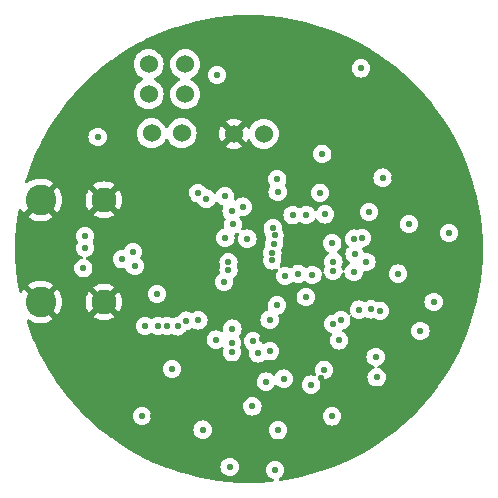
<source format=gbr>
%TF.GenerationSoftware,KiCad,Pcbnew,7.0.7*%
%TF.CreationDate,2024-10-30T15:59:05-07:00*%
%TF.ProjectId,SensingBoard_rev1.1,53656e73-696e-4674-926f-6172645f7265,rev?*%
%TF.SameCoordinates,Original*%
%TF.FileFunction,Copper,L2,Inr*%
%TF.FilePolarity,Positive*%
%FSLAX46Y46*%
G04 Gerber Fmt 4.6, Leading zero omitted, Abs format (unit mm)*
G04 Created by KiCad (PCBNEW 7.0.7) date 2024-10-30 15:59:05*
%MOMM*%
%LPD*%
G01*
G04 APERTURE LIST*
%TA.AperFunction,ComponentPad*%
%ADD10C,1.524000*%
%TD*%
%TA.AperFunction,ComponentPad*%
%ADD11C,2.100000*%
%TD*%
%TA.AperFunction,ComponentPad*%
%ADD12C,2.600000*%
%TD*%
%TA.AperFunction,ViaPad*%
%ADD13C,0.550000*%
%TD*%
G04 APERTURE END LIST*
D10*
%TO.N,MOTOR2_BIN2*%
%TO.C,J6*%
X124764800Y-49377600D03*
%TO.N,MOTOR2_BIN1*%
X124764800Y-46837600D03*
%TD*%
%TO.N,DRV_FAULT*%
%TO.C,J7*%
X121666000Y-46824900D03*
%TO.N,DRV_SLEEP*%
X121666000Y-49364900D03*
%TD*%
%TO.N,GND*%
%TO.C,J9*%
X128879600Y-52730400D03*
%TO.N,VDC*%
X131419600Y-52730400D03*
%TD*%
D11*
%TO.N,GND*%
%TO.C,J1*%
X117882000Y-58318400D03*
D12*
X112522000Y-58318400D03*
D11*
X117882000Y-66958400D03*
D12*
X112522000Y-66958400D03*
%TD*%
D10*
%TO.N,MOTOR1_AIN2*%
%TO.C,J5*%
X124460000Y-52679600D03*
%TO.N,MOTOR1_AIN1*%
X121920000Y-52679600D03*
%TD*%
D13*
%TO.N,Net-(U2-XIN32)*%
X140496118Y-67595586D03*
X144678400Y-69427900D03*
%TO.N,+5V*%
X116294500Y-61382635D03*
X116136972Y-64112900D03*
%TO.N,DRV_SLEEP*%
X137974396Y-68511505D03*
%TO.N,DRV_FAULT*%
X139496800Y-67614800D03*
%TO.N,+1V8*%
X131599700Y-73710800D03*
X117348000Y-52984400D03*
%TO.N,+2V8*%
X139649200Y-47193200D03*
X130914831Y-71326283D03*
X143713200Y-60350400D03*
X141244669Y-67708302D03*
%TO.N,Net-(D4-K)*%
X140882921Y-71613813D03*
X123647200Y-72644000D03*
%TO.N,IO38{slash}DVP_VSYNC*%
X139039600Y-64429900D03*
X131908935Y-68459735D03*
%TO.N,IO47{slash}DVP_HREF*%
X135534400Y-64668400D03*
X131927697Y-71138096D03*
%TO.N,IO48{slash}DVP_Y9*%
X130518100Y-70307200D03*
X134975600Y-66548000D03*
%TO.N,IO10{slash}XMCLK*%
X128117600Y-58028800D03*
%TO.N,IO11{slash}DVP_Y8*%
X129619678Y-58899122D03*
%TO.N,IO12{slash}DVP_Y7*%
X128724700Y-71221600D03*
X128701732Y-59294572D03*
%TO.N,IO13{slash}DVP_PCLK*%
X128724700Y-70408800D03*
X128823958Y-60406042D03*
%TO.N,BNO_INT*%
X137286833Y-68808767D03*
X145796000Y-66954400D03*
%TO.N,USB_DP*%
X120345200Y-62738000D03*
X128431283Y-64253555D03*
%TO.N,USB_DN*%
X119430800Y-63347600D03*
X120497600Y-63906400D03*
X116294097Y-62382747D03*
X128431283Y-63614052D03*
%TO.N,IO14{slash}DVP_Y6*%
X132181600Y-60706000D03*
X128760001Y-69225233D03*
%TO.N,IO15{slash}DVP_Y2*%
X132326990Y-61328757D03*
X127355600Y-70154800D03*
%TO.N,IO16{slash}DVP_Y5*%
X132284525Y-62028125D03*
%TO.N,IO17{slash}DVP_Y3*%
X132147918Y-62792809D03*
X125873961Y-68523514D03*
%TO.N,IO18{slash}DVP_Y4*%
X132130800Y-63441900D03*
X124874884Y-68552681D03*
%TO.N,CHIP_EN*%
X126238000Y-77774800D03*
X136194887Y-57718139D03*
%TO.N,SPID*%
X134355826Y-64576974D03*
X130454400Y-75809300D03*
%TO.N,SPIQ*%
X132527900Y-67259200D03*
X133248400Y-64770000D03*
%TO.N,GND*%
X115062000Y-52070000D03*
X121869200Y-64973200D03*
X136122501Y-55664292D03*
X121920000Y-57962800D03*
X128371600Y-79908400D03*
X118465600Y-48615600D03*
X148844000Y-66649600D03*
X118110000Y-72034400D03*
X140004800Y-66103900D03*
X141028693Y-74352978D03*
X136245600Y-73406000D03*
X136499600Y-78892400D03*
X119923979Y-70420735D03*
X146964400Y-65227200D03*
X119278400Y-53898800D03*
X127355600Y-73456800D03*
X122021600Y-76606400D03*
X137414000Y-49936400D03*
X131292600Y-70069800D03*
X139700000Y-48869600D03*
X134721600Y-62128400D03*
X145237200Y-73050400D03*
X145237200Y-63550800D03*
X116992400Y-69646800D03*
X128828800Y-62382400D03*
X138042436Y-76102776D03*
X139903200Y-70866000D03*
X125171200Y-66311183D03*
X124968000Y-58216800D03*
X134416800Y-48768000D03*
X145288000Y-68580000D03*
X130810000Y-44348400D03*
X127254000Y-48818800D03*
X142480700Y-56438800D03*
X139242800Y-54051200D03*
%TO.N,+3.3V*%
X122377200Y-66294000D03*
X128066800Y-65278000D03*
X147116800Y-61112400D03*
X140106400Y-63578800D03*
X132384800Y-81178400D03*
X141481197Y-56438800D03*
X140970000Y-73355200D03*
X128524000Y-80924400D03*
X136369675Y-54417709D03*
X136519984Y-72708528D03*
X126565800Y-58216800D03*
X127457200Y-47752000D03*
X121107200Y-76606400D03*
X137793500Y-70223700D03*
X130030601Y-61599131D03*
X140328058Y-59352858D03*
X137210800Y-76657200D03*
%TO.N,RX_D7*%
X139085064Y-61608223D03*
X128171085Y-61528315D03*
%TO.N,TX_D6*%
X139722764Y-61560242D03*
X125831600Y-57759600D03*
%TO.N,MTDO{slash}IO40{slash}CAM_SDA*%
X142778620Y-64566316D03*
X123228303Y-68986400D03*
X135435433Y-73962167D03*
X137312400Y-63550800D03*
%TO.N,MTCK{slash}IO39{slash}CAM_SCL*%
X137280918Y-64331785D03*
X133096000Y-73456800D03*
X124124268Y-69024617D03*
%TO.N,D3{slash}A3*%
X132597902Y-57628415D03*
X133858000Y-59619598D03*
%TO.N,D2{slash}A2*%
X132556500Y-56591200D03*
X135026400Y-59588400D03*
%TO.N,GPIO0*%
X132638800Y-77825600D03*
X136601200Y-59542901D03*
%TO.N,MTDI{slash}IO41{slash}PDM_DATA*%
X122478800Y-68986400D03*
X139100758Y-62920105D03*
%TO.N,MTMS{slash}IO42{slash}PDM_CLK*%
X121361200Y-68986400D03*
X137215402Y-62002900D03*
%TD*%
%TA.AperFunction,Conductor*%
%TO.N,GND*%
G36*
X131051758Y-42704406D02*
G01*
X131054447Y-42704527D01*
X131938295Y-42764118D01*
X131940951Y-42764357D01*
X132821226Y-42863540D01*
X132823886Y-42863901D01*
X133698807Y-43002475D01*
X133701461Y-43002957D01*
X134569263Y-43180640D01*
X134571947Y-43181254D01*
X135227152Y-43346350D01*
X135364639Y-43380994D01*
X135430860Y-43397680D01*
X135433535Y-43398418D01*
X136281869Y-43653162D01*
X136284479Y-43654011D01*
X137120552Y-43946566D01*
X137123157Y-43947544D01*
X137945205Y-44277291D01*
X137947757Y-44278381D01*
X138754240Y-44644703D01*
X138756709Y-44645893D01*
X139545926Y-45048019D01*
X139548376Y-45049337D01*
X140318736Y-45486455D01*
X140321125Y-45487882D01*
X140924128Y-45866774D01*
X141071114Y-45959131D01*
X141073423Y-45960655D01*
X141713575Y-46404154D01*
X141801511Y-46465076D01*
X141803762Y-46466712D01*
X141956561Y-46583053D01*
X142508494Y-47003296D01*
X142510642Y-47005010D01*
X143190593Y-47572673D01*
X143192688Y-47574504D01*
X143846474Y-48172090D01*
X143848485Y-48174013D01*
X144474786Y-48800314D01*
X144476709Y-48802325D01*
X145074295Y-49456111D01*
X145076126Y-49458206D01*
X145643789Y-50138157D01*
X145645507Y-50140311D01*
X145942963Y-50530980D01*
X146182087Y-50845037D01*
X146183723Y-50847288D01*
X146663621Y-51539980D01*
X146688135Y-51575363D01*
X146689668Y-51577685D01*
X147160917Y-52327674D01*
X147162344Y-52330063D01*
X147599462Y-53100423D01*
X147600780Y-53102873D01*
X148002906Y-53892090D01*
X148004105Y-53894578D01*
X148162847Y-54244060D01*
X148370415Y-54701036D01*
X148371508Y-54703594D01*
X148701255Y-55525642D01*
X148702233Y-55528247D01*
X148994788Y-56364320D01*
X148995645Y-56366957D01*
X149053195Y-56558607D01*
X149250378Y-57215256D01*
X149251119Y-57217939D01*
X149467545Y-58076852D01*
X149468165Y-58079565D01*
X149645837Y-58947311D01*
X149646330Y-58950028D01*
X149779885Y-59793256D01*
X149784892Y-59824871D01*
X149785263Y-59827611D01*
X149884234Y-60705997D01*
X149884437Y-60707801D01*
X149884684Y-60710544D01*
X149944269Y-61594302D01*
X149944394Y-61597082D01*
X149964268Y-62482610D01*
X149964268Y-62485390D01*
X149944394Y-63370917D01*
X149944269Y-63373691D01*
X149884684Y-64257451D01*
X149884437Y-64260195D01*
X149787060Y-65124450D01*
X149785266Y-65140370D01*
X149784892Y-65143128D01*
X149782494Y-65158269D01*
X149646396Y-66017561D01*
X149646334Y-66017950D01*
X149645837Y-66020688D01*
X149468165Y-66888434D01*
X149467545Y-66891147D01*
X149251119Y-67750060D01*
X149250378Y-67752743D01*
X148995648Y-68601033D01*
X148994788Y-68603679D01*
X148702233Y-69439752D01*
X148701255Y-69442357D01*
X148371508Y-70264405D01*
X148370415Y-70266963D01*
X148004114Y-71073402D01*
X148002906Y-71075909D01*
X147600780Y-71865126D01*
X147599462Y-71867576D01*
X147162344Y-72637936D01*
X147160917Y-72640325D01*
X146689668Y-73390314D01*
X146688135Y-73392636D01*
X146183723Y-74120711D01*
X146182087Y-74122962D01*
X145645524Y-74827667D01*
X145643789Y-74829842D01*
X145076126Y-75509793D01*
X145074295Y-75511888D01*
X144476709Y-76165674D01*
X144474786Y-76167685D01*
X143848485Y-76793986D01*
X143846474Y-76795909D01*
X143192688Y-77393495D01*
X143190593Y-77395326D01*
X142510642Y-77962989D01*
X142508467Y-77964724D01*
X141803762Y-78501287D01*
X141801511Y-78502923D01*
X141073436Y-79007335D01*
X141071114Y-79008868D01*
X140321125Y-79480117D01*
X140318736Y-79481544D01*
X139548376Y-79918662D01*
X139545926Y-79919980D01*
X138756709Y-80322106D01*
X138754202Y-80323314D01*
X137947763Y-80689615D01*
X137945205Y-80690708D01*
X137123157Y-81020455D01*
X137120552Y-81021433D01*
X136284479Y-81313988D01*
X136281833Y-81314848D01*
X135433543Y-81569578D01*
X135430860Y-81570319D01*
X134571947Y-81786745D01*
X134569234Y-81787365D01*
X133701488Y-81965037D01*
X133698763Y-81965531D01*
X133298208Y-82028973D01*
X132823926Y-82104092D01*
X132821166Y-82104466D01*
X132809561Y-82105773D01*
X132740740Y-82093715D01*
X132689363Y-82046363D01*
X132671742Y-81978752D01*
X132693472Y-81912347D01*
X132729709Y-81877561D01*
X132871376Y-81788547D01*
X132994947Y-81664976D01*
X133087922Y-81517006D01*
X133145641Y-81352057D01*
X133154084Y-81277123D01*
X133165207Y-81178403D01*
X133165207Y-81178396D01*
X133145642Y-81004751D01*
X133145641Y-81004749D01*
X133145641Y-81004743D01*
X133087922Y-80839794D01*
X132994947Y-80691824D01*
X132871376Y-80568253D01*
X132723406Y-80475278D01*
X132723405Y-80475277D01*
X132723404Y-80475277D01*
X132558458Y-80417559D01*
X132558448Y-80417557D01*
X132384804Y-80397993D01*
X132384796Y-80397993D01*
X132211151Y-80417557D01*
X132211141Y-80417559D01*
X132046195Y-80475277D01*
X131898223Y-80568253D01*
X131774653Y-80691823D01*
X131681677Y-80839795D01*
X131623959Y-81004741D01*
X131623957Y-81004751D01*
X131604393Y-81178396D01*
X131604393Y-81178403D01*
X131623957Y-81352048D01*
X131623959Y-81352057D01*
X131681678Y-81517006D01*
X131774653Y-81664976D01*
X131898224Y-81788547D01*
X132046194Y-81881522D01*
X132204111Y-81936780D01*
X132260887Y-81977501D01*
X132286634Y-82042454D01*
X132273178Y-82111016D01*
X132224790Y-82161418D01*
X132177040Y-82177041D01*
X131940998Y-82203637D01*
X131938251Y-82203884D01*
X131054491Y-82263469D01*
X131051717Y-82263594D01*
X130166191Y-82283468D01*
X130163409Y-82283468D01*
X129277882Y-82263594D01*
X129275110Y-82263469D01*
X128391344Y-82203884D01*
X128388608Y-82203637D01*
X127508411Y-82104463D01*
X127505675Y-82104092D01*
X126630828Y-81965530D01*
X126628111Y-81965037D01*
X125760365Y-81787365D01*
X125757652Y-81786745D01*
X124898739Y-81570319D01*
X124896056Y-81569578D01*
X124171648Y-81352048D01*
X124047757Y-81314845D01*
X124045120Y-81313988D01*
X123209047Y-81021433D01*
X123206442Y-81020455D01*
X122966988Y-80924403D01*
X127743593Y-80924403D01*
X127763157Y-81098048D01*
X127763159Y-81098058D01*
X127820877Y-81263004D01*
X127820878Y-81263006D01*
X127913853Y-81410976D01*
X128037424Y-81534547D01*
X128185394Y-81627522D01*
X128350343Y-81685241D01*
X128350349Y-81685241D01*
X128350351Y-81685242D01*
X128523996Y-81704807D01*
X128524000Y-81704807D01*
X128524004Y-81704807D01*
X128697648Y-81685242D01*
X128697647Y-81685242D01*
X128697657Y-81685241D01*
X128862606Y-81627522D01*
X129010576Y-81534547D01*
X129134147Y-81410976D01*
X129227122Y-81263006D01*
X129284841Y-81098057D01*
X129293525Y-81020982D01*
X129304407Y-80924403D01*
X129304407Y-80924396D01*
X129284842Y-80750751D01*
X129284841Y-80750749D01*
X129284841Y-80750743D01*
X129227122Y-80585794D01*
X129134147Y-80437824D01*
X129010576Y-80314253D01*
X128862606Y-80221278D01*
X128862605Y-80221277D01*
X128862604Y-80221277D01*
X128697658Y-80163559D01*
X128697648Y-80163557D01*
X128524004Y-80143993D01*
X128523996Y-80143993D01*
X128350351Y-80163557D01*
X128350341Y-80163559D01*
X128185395Y-80221277D01*
X128037423Y-80314253D01*
X127913853Y-80437823D01*
X127820877Y-80585795D01*
X127763159Y-80750741D01*
X127763157Y-80750751D01*
X127743593Y-80924396D01*
X127743593Y-80924403D01*
X122966988Y-80924403D01*
X122384394Y-80690708D01*
X122381836Y-80689615D01*
X121909955Y-80475277D01*
X121575378Y-80323305D01*
X121572890Y-80322106D01*
X120783673Y-79919980D01*
X120781223Y-79918662D01*
X120010863Y-79481544D01*
X120008474Y-79480117D01*
X119258485Y-79008868D01*
X119256163Y-79007335D01*
X118528088Y-78502923D01*
X118525837Y-78501287D01*
X118210745Y-78261376D01*
X117821111Y-77964707D01*
X117818957Y-77962989D01*
X117593546Y-77774803D01*
X125457593Y-77774803D01*
X125477157Y-77948448D01*
X125477159Y-77948458D01*
X125494935Y-77999257D01*
X125534878Y-78113406D01*
X125627853Y-78261376D01*
X125751424Y-78384947D01*
X125899394Y-78477922D01*
X126064343Y-78535641D01*
X126064349Y-78535641D01*
X126064351Y-78535642D01*
X126237996Y-78555207D01*
X126238000Y-78555207D01*
X126238004Y-78555207D01*
X126411648Y-78535642D01*
X126411647Y-78535642D01*
X126411657Y-78535641D01*
X126576606Y-78477922D01*
X126724576Y-78384947D01*
X126848147Y-78261376D01*
X126941122Y-78113406D01*
X126998841Y-77948457D01*
X127012683Y-77825603D01*
X131858393Y-77825603D01*
X131877957Y-77999248D01*
X131877959Y-77999257D01*
X131935678Y-78164206D01*
X132028653Y-78312176D01*
X132152224Y-78435747D01*
X132300194Y-78528722D01*
X132465143Y-78586441D01*
X132465149Y-78586441D01*
X132465151Y-78586442D01*
X132638796Y-78606007D01*
X132638800Y-78606007D01*
X132638804Y-78606007D01*
X132812448Y-78586442D01*
X132812447Y-78586442D01*
X132812457Y-78586441D01*
X132977406Y-78528722D01*
X133125376Y-78435747D01*
X133248947Y-78312176D01*
X133341922Y-78164206D01*
X133399641Y-77999257D01*
X133419207Y-77825600D01*
X133413483Y-77774800D01*
X133399642Y-77651951D01*
X133399641Y-77651949D01*
X133399641Y-77651943D01*
X133341922Y-77486994D01*
X133248947Y-77339024D01*
X133125376Y-77215453D01*
X132977406Y-77122478D01*
X132977405Y-77122477D01*
X132977404Y-77122477D01*
X132812458Y-77064759D01*
X132812448Y-77064757D01*
X132638804Y-77045193D01*
X132638796Y-77045193D01*
X132465151Y-77064757D01*
X132465141Y-77064759D01*
X132300195Y-77122477D01*
X132152223Y-77215453D01*
X132028653Y-77339023D01*
X131935677Y-77486995D01*
X131877959Y-77651941D01*
X131877957Y-77651951D01*
X131858393Y-77825596D01*
X131858393Y-77825603D01*
X127012683Y-77825603D01*
X127018407Y-77774803D01*
X127018407Y-77774796D01*
X126998842Y-77601151D01*
X126998841Y-77601149D01*
X126998841Y-77601143D01*
X126941122Y-77436194D01*
X126848147Y-77288224D01*
X126724576Y-77164653D01*
X126576606Y-77071678D01*
X126576605Y-77071677D01*
X126576604Y-77071677D01*
X126411658Y-77013959D01*
X126411648Y-77013957D01*
X126238004Y-76994393D01*
X126237996Y-76994393D01*
X126064351Y-77013957D01*
X126064341Y-77013959D01*
X125899395Y-77071677D01*
X125751423Y-77164653D01*
X125627853Y-77288223D01*
X125534877Y-77436195D01*
X125477159Y-77601141D01*
X125477157Y-77601151D01*
X125457593Y-77774796D01*
X125457593Y-77774803D01*
X117593546Y-77774803D01*
X117139006Y-77395326D01*
X117136911Y-77393495D01*
X116483125Y-76795909D01*
X116481114Y-76793986D01*
X116293531Y-76606403D01*
X120326793Y-76606403D01*
X120346357Y-76780048D01*
X120346359Y-76780058D01*
X120364135Y-76830857D01*
X120404078Y-76945006D01*
X120497053Y-77092976D01*
X120620624Y-77216547D01*
X120768594Y-77309522D01*
X120933543Y-77367241D01*
X120933549Y-77367241D01*
X120933551Y-77367242D01*
X121107196Y-77386807D01*
X121107200Y-77386807D01*
X121107204Y-77386807D01*
X121280848Y-77367242D01*
X121280847Y-77367242D01*
X121280857Y-77367241D01*
X121445806Y-77309522D01*
X121593776Y-77216547D01*
X121717347Y-77092976D01*
X121810322Y-76945006D01*
X121868041Y-76780057D01*
X121881883Y-76657203D01*
X136430393Y-76657203D01*
X136449957Y-76830848D01*
X136449959Y-76830858D01*
X136507677Y-76995804D01*
X136507678Y-76995806D01*
X136600653Y-77143776D01*
X136724224Y-77267347D01*
X136872194Y-77360322D01*
X137037143Y-77418041D01*
X137037149Y-77418041D01*
X137037151Y-77418042D01*
X137210796Y-77437607D01*
X137210800Y-77437607D01*
X137210804Y-77437607D01*
X137384448Y-77418042D01*
X137384447Y-77418042D01*
X137384457Y-77418041D01*
X137549406Y-77360322D01*
X137697376Y-77267347D01*
X137820947Y-77143776D01*
X137913922Y-76995806D01*
X137971641Y-76830857D01*
X137991207Y-76657200D01*
X137985483Y-76606400D01*
X137971642Y-76483551D01*
X137971641Y-76483549D01*
X137971641Y-76483543D01*
X137913922Y-76318594D01*
X137820947Y-76170624D01*
X137697376Y-76047053D01*
X137549406Y-75954078D01*
X137549405Y-75954077D01*
X137549404Y-75954077D01*
X137384458Y-75896359D01*
X137384448Y-75896357D01*
X137210804Y-75876793D01*
X137210796Y-75876793D01*
X137037151Y-75896357D01*
X137037141Y-75896359D01*
X136872195Y-75954077D01*
X136724223Y-76047053D01*
X136600653Y-76170623D01*
X136507677Y-76318595D01*
X136449959Y-76483541D01*
X136449957Y-76483551D01*
X136430393Y-76657196D01*
X136430393Y-76657203D01*
X121881883Y-76657203D01*
X121887607Y-76606403D01*
X121887607Y-76606396D01*
X121868042Y-76432751D01*
X121868041Y-76432749D01*
X121868041Y-76432743D01*
X121810322Y-76267794D01*
X121717347Y-76119824D01*
X121593776Y-75996253D01*
X121445806Y-75903278D01*
X121445805Y-75903277D01*
X121445804Y-75903277D01*
X121280858Y-75845559D01*
X121280848Y-75845557D01*
X121107204Y-75825993D01*
X121107196Y-75825993D01*
X120933551Y-75845557D01*
X120933541Y-75845559D01*
X120768595Y-75903277D01*
X120620623Y-75996253D01*
X120497053Y-76119823D01*
X120404077Y-76267795D01*
X120346359Y-76432741D01*
X120346357Y-76432751D01*
X120326793Y-76606396D01*
X120326793Y-76606403D01*
X116293531Y-76606403D01*
X115854813Y-76167685D01*
X115852890Y-76165674D01*
X115527153Y-75809303D01*
X129673993Y-75809303D01*
X129693557Y-75982948D01*
X129693559Y-75982958D01*
X129751277Y-76147904D01*
X129751278Y-76147906D01*
X129844253Y-76295876D01*
X129967824Y-76419447D01*
X130115794Y-76512422D01*
X130280743Y-76570141D01*
X130280749Y-76570141D01*
X130280751Y-76570142D01*
X130454396Y-76589707D01*
X130454400Y-76589707D01*
X130454404Y-76589707D01*
X130628048Y-76570142D01*
X130628047Y-76570142D01*
X130628057Y-76570141D01*
X130793006Y-76512422D01*
X130940976Y-76419447D01*
X131064547Y-76295876D01*
X131157522Y-76147906D01*
X131215241Y-75982957D01*
X131218495Y-75954077D01*
X131234807Y-75809303D01*
X131234807Y-75809296D01*
X131215242Y-75635651D01*
X131215241Y-75635649D01*
X131215241Y-75635643D01*
X131157522Y-75470694D01*
X131064547Y-75322724D01*
X130940976Y-75199153D01*
X130793006Y-75106178D01*
X130793005Y-75106177D01*
X130793004Y-75106177D01*
X130628058Y-75048459D01*
X130628048Y-75048457D01*
X130454404Y-75028893D01*
X130454396Y-75028893D01*
X130280751Y-75048457D01*
X130280741Y-75048459D01*
X130115795Y-75106177D01*
X129967823Y-75199153D01*
X129844253Y-75322723D01*
X129751277Y-75470695D01*
X129693559Y-75635641D01*
X129693557Y-75635651D01*
X129673993Y-75809296D01*
X129673993Y-75809303D01*
X115527153Y-75809303D01*
X115255304Y-75511888D01*
X115253473Y-75509793D01*
X114685810Y-74829842D01*
X114684096Y-74827694D01*
X114219601Y-74217642D01*
X114147512Y-74122962D01*
X114145876Y-74120711D01*
X114108628Y-74066947D01*
X113861891Y-73710803D01*
X130819293Y-73710803D01*
X130838857Y-73884448D01*
X130838859Y-73884458D01*
X130867164Y-73965347D01*
X130896578Y-74049406D01*
X130989553Y-74197376D01*
X131113124Y-74320947D01*
X131261094Y-74413922D01*
X131426043Y-74471641D01*
X131426049Y-74471641D01*
X131426051Y-74471642D01*
X131599696Y-74491207D01*
X131599700Y-74491207D01*
X131599704Y-74491207D01*
X131773348Y-74471642D01*
X131773347Y-74471642D01*
X131773357Y-74471641D01*
X131938306Y-74413922D01*
X132086276Y-74320947D01*
X132209847Y-74197376D01*
X132302822Y-74049406D01*
X132312572Y-74021541D01*
X132353290Y-73964768D01*
X132418242Y-73939019D01*
X132486804Y-73952474D01*
X132517293Y-73974815D01*
X132609424Y-74066947D01*
X132757394Y-74159922D01*
X132922343Y-74217641D01*
X132922349Y-74217641D01*
X132922351Y-74217642D01*
X133095996Y-74237207D01*
X133096000Y-74237207D01*
X133096004Y-74237207D01*
X133269648Y-74217642D01*
X133269647Y-74217642D01*
X133269657Y-74217641D01*
X133434606Y-74159922D01*
X133582576Y-74066947D01*
X133687353Y-73962170D01*
X134655026Y-73962170D01*
X134674590Y-74135815D01*
X134674592Y-74135825D01*
X134710068Y-74237207D01*
X134732311Y-74300773D01*
X134825286Y-74448743D01*
X134948857Y-74572314D01*
X135096827Y-74665289D01*
X135261776Y-74723008D01*
X135261782Y-74723008D01*
X135261784Y-74723009D01*
X135435429Y-74742574D01*
X135435433Y-74742574D01*
X135435437Y-74742574D01*
X135609081Y-74723009D01*
X135609080Y-74723009D01*
X135609090Y-74723008D01*
X135774039Y-74665289D01*
X135922009Y-74572314D01*
X136045580Y-74448743D01*
X136138555Y-74300773D01*
X136196274Y-74135824D01*
X136198503Y-74116040D01*
X136215840Y-73962170D01*
X136215840Y-73962163D01*
X136196275Y-73788518D01*
X136196274Y-73788516D01*
X136196274Y-73788510D01*
X136163134Y-73693804D01*
X136138556Y-73623563D01*
X136137031Y-73620397D01*
X136136660Y-73618146D01*
X136136255Y-73616988D01*
X136136458Y-73616916D01*
X136125680Y-73551456D01*
X136153403Y-73487322D01*
X136211399Y-73448357D01*
X136281254Y-73446932D01*
X136289686Y-73449549D01*
X136346327Y-73469369D01*
X136346331Y-73469369D01*
X136346335Y-73469370D01*
X136519980Y-73488935D01*
X136519984Y-73488935D01*
X136519988Y-73488935D01*
X136693632Y-73469370D01*
X136693631Y-73469370D01*
X136693641Y-73469369D01*
X136858590Y-73411650D01*
X137006560Y-73318675D01*
X137130131Y-73195104D01*
X137223106Y-73047134D01*
X137280825Y-72882185D01*
X137288095Y-72817658D01*
X137300391Y-72708531D01*
X137300391Y-72708524D01*
X137280826Y-72534879D01*
X137280825Y-72534877D01*
X137280825Y-72534871D01*
X137223106Y-72369922D01*
X137130131Y-72221952D01*
X137006560Y-72098381D01*
X136858590Y-72005406D01*
X136858589Y-72005405D01*
X136858588Y-72005405D01*
X136693642Y-71947687D01*
X136693632Y-71947685D01*
X136519988Y-71928121D01*
X136519980Y-71928121D01*
X136346335Y-71947685D01*
X136346325Y-71947687D01*
X136181379Y-72005405D01*
X136033407Y-72098381D01*
X135909837Y-72221951D01*
X135816861Y-72369923D01*
X135759143Y-72534869D01*
X135759141Y-72534879D01*
X135739577Y-72708524D01*
X135739577Y-72708531D01*
X135759141Y-72882176D01*
X135759143Y-72882186D01*
X135816862Y-73047136D01*
X135818387Y-73050302D01*
X135818756Y-73052549D01*
X135819162Y-73053707D01*
X135818959Y-73053777D01*
X135829735Y-73119244D01*
X135802009Y-73183377D01*
X135744012Y-73222339D01*
X135674157Y-73223760D01*
X135665709Y-73221138D01*
X135609092Y-73201326D01*
X135609081Y-73201324D01*
X135435437Y-73181760D01*
X135435429Y-73181760D01*
X135261784Y-73201324D01*
X135261774Y-73201326D01*
X135096828Y-73259044D01*
X134948856Y-73352020D01*
X134825286Y-73475590D01*
X134732310Y-73623562D01*
X134674592Y-73788508D01*
X134674590Y-73788518D01*
X134655026Y-73962163D01*
X134655026Y-73962170D01*
X133687353Y-73962170D01*
X133706147Y-73943376D01*
X133799122Y-73795406D01*
X133856841Y-73630457D01*
X133868288Y-73528858D01*
X133876407Y-73456803D01*
X133876407Y-73456796D01*
X133856842Y-73283151D01*
X133856841Y-73283149D01*
X133856841Y-73283143D01*
X133799122Y-73118194D01*
X133706147Y-72970224D01*
X133582576Y-72846653D01*
X133434606Y-72753678D01*
X133434605Y-72753677D01*
X133434604Y-72753677D01*
X133269658Y-72695959D01*
X133269648Y-72695957D01*
X133096004Y-72676393D01*
X133095996Y-72676393D01*
X132922351Y-72695957D01*
X132922341Y-72695959D01*
X132757395Y-72753677D01*
X132609423Y-72846653D01*
X132485853Y-72970223D01*
X132392878Y-73118194D01*
X132383128Y-73146058D01*
X132342406Y-73202833D01*
X132277453Y-73228580D01*
X132208892Y-73215123D01*
X132178406Y-73192783D01*
X132086276Y-73100653D01*
X132086275Y-73100653D01*
X131938306Y-73007678D01*
X131938305Y-73007677D01*
X131938304Y-73007677D01*
X131773358Y-72949959D01*
X131773348Y-72949957D01*
X131599704Y-72930393D01*
X131599696Y-72930393D01*
X131426051Y-72949957D01*
X131426041Y-72949959D01*
X131261095Y-73007677D01*
X131113123Y-73100653D01*
X130989553Y-73224223D01*
X130896577Y-73372195D01*
X130838859Y-73537141D01*
X130838857Y-73537151D01*
X130819293Y-73710796D01*
X130819293Y-73710803D01*
X113861891Y-73710803D01*
X113641455Y-73392623D01*
X113639931Y-73390314D01*
X113628545Y-73372194D01*
X113170993Y-72644003D01*
X122866793Y-72644003D01*
X122886357Y-72817648D01*
X122886359Y-72817658D01*
X122932653Y-72949957D01*
X122944078Y-72982606D01*
X123037053Y-73130576D01*
X123160624Y-73254147D01*
X123308594Y-73347122D01*
X123473543Y-73404841D01*
X123473549Y-73404841D01*
X123473551Y-73404842D01*
X123647196Y-73424407D01*
X123647200Y-73424407D01*
X123647204Y-73424407D01*
X123820848Y-73404842D01*
X123820847Y-73404842D01*
X123820857Y-73404841D01*
X123985806Y-73347122D01*
X124133776Y-73254147D01*
X124257347Y-73130576D01*
X124350322Y-72982606D01*
X124408041Y-72817657D01*
X124421753Y-72695957D01*
X124427607Y-72644003D01*
X124427607Y-72643996D01*
X124408042Y-72470351D01*
X124408041Y-72470349D01*
X124408041Y-72470343D01*
X124350322Y-72305394D01*
X124257347Y-72157424D01*
X124133776Y-72033853D01*
X123985806Y-71940878D01*
X123985805Y-71940877D01*
X123985804Y-71940877D01*
X123820858Y-71883159D01*
X123820848Y-71883157D01*
X123647204Y-71863593D01*
X123647196Y-71863593D01*
X123473551Y-71883157D01*
X123473541Y-71883159D01*
X123308595Y-71940877D01*
X123160623Y-72033853D01*
X123037053Y-72157423D01*
X122944077Y-72305395D01*
X122886359Y-72470341D01*
X122886357Y-72470351D01*
X122866793Y-72643996D01*
X122866793Y-72644003D01*
X113170993Y-72644003D01*
X113168682Y-72640325D01*
X113167255Y-72637936D01*
X112862240Y-72100389D01*
X112730131Y-71867566D01*
X112728819Y-71865126D01*
X112326693Y-71075909D01*
X112325503Y-71073440D01*
X111959181Y-70266957D01*
X111958091Y-70264405D01*
X111914126Y-70154803D01*
X126575193Y-70154803D01*
X126594757Y-70328448D01*
X126594759Y-70328458D01*
X126626611Y-70419483D01*
X126652478Y-70493406D01*
X126745453Y-70641376D01*
X126869024Y-70764947D01*
X127016994Y-70857922D01*
X127181943Y-70915641D01*
X127181949Y-70915641D01*
X127181951Y-70915642D01*
X127355596Y-70935207D01*
X127355600Y-70935207D01*
X127355604Y-70935207D01*
X127529248Y-70915642D01*
X127529247Y-70915642D01*
X127529257Y-70915641D01*
X127694206Y-70857922D01*
X127825035Y-70775717D01*
X127892269Y-70756718D01*
X127959104Y-70777086D01*
X128004318Y-70830354D01*
X128013556Y-70899610D01*
X128008045Y-70921667D01*
X127963859Y-71047940D01*
X127963857Y-71047951D01*
X127944293Y-71221596D01*
X127944293Y-71221603D01*
X127963857Y-71395248D01*
X127963859Y-71395258D01*
X128000490Y-71499941D01*
X128021578Y-71560206D01*
X128114553Y-71708176D01*
X128238124Y-71831747D01*
X128386094Y-71924722D01*
X128551043Y-71982441D01*
X128551049Y-71982441D01*
X128551051Y-71982442D01*
X128724696Y-72002007D01*
X128724700Y-72002007D01*
X128724704Y-72002007D01*
X128898348Y-71982442D01*
X128898347Y-71982442D01*
X128898357Y-71982441D01*
X129063306Y-71924722D01*
X129211276Y-71831747D01*
X129334847Y-71708176D01*
X129427822Y-71560206D01*
X129485541Y-71395257D01*
X129494949Y-71311754D01*
X129505107Y-71221603D01*
X129505107Y-71221596D01*
X129485542Y-71047951D01*
X129485541Y-71047949D01*
X129485541Y-71047943D01*
X129427822Y-70882994D01*
X129427820Y-70882992D01*
X129427820Y-70882990D01*
X129426680Y-70881176D01*
X129426301Y-70879835D01*
X129424798Y-70876714D01*
X129425344Y-70876450D01*
X129407677Y-70813941D01*
X129425298Y-70753927D01*
X129424798Y-70753686D01*
X129426263Y-70750642D01*
X129426680Y-70749224D01*
X129427820Y-70747409D01*
X129427819Y-70747409D01*
X129427822Y-70747406D01*
X129485541Y-70582457D01*
X129503903Y-70419483D01*
X129525773Y-70367433D01*
X129524491Y-70366664D01*
X129515546Y-70348564D01*
X129717025Y-70348564D01*
X129718307Y-70349334D01*
X129749263Y-70411972D01*
X129750343Y-70419483D01*
X129757257Y-70480849D01*
X129757259Y-70480858D01*
X129792808Y-70582449D01*
X129814978Y-70645806D01*
X129907953Y-70793776D01*
X130031524Y-70917347D01*
X130086282Y-70951753D01*
X130115676Y-70970223D01*
X130161967Y-71022558D01*
X130172615Y-71091611D01*
X130166746Y-71116170D01*
X130153990Y-71152625D01*
X130153988Y-71152634D01*
X130134424Y-71326279D01*
X130134424Y-71326286D01*
X130153988Y-71499931D01*
X130153990Y-71499941D01*
X130197636Y-71624672D01*
X130211709Y-71664889D01*
X130304684Y-71812859D01*
X130428255Y-71936430D01*
X130576225Y-72029405D01*
X130741174Y-72087124D01*
X130741180Y-72087124D01*
X130741182Y-72087125D01*
X130914827Y-72106690D01*
X130914831Y-72106690D01*
X130914835Y-72106690D01*
X131088479Y-72087125D01*
X131088478Y-72087125D01*
X131088488Y-72087124D01*
X131253437Y-72029405D01*
X131401407Y-71936430D01*
X131465498Y-71872338D01*
X131526817Y-71838856D01*
X131594128Y-71842980D01*
X131754040Y-71898937D01*
X131754046Y-71898937D01*
X131754048Y-71898938D01*
X131927693Y-71918503D01*
X131927697Y-71918503D01*
X131927701Y-71918503D01*
X132101345Y-71898938D01*
X132101344Y-71898938D01*
X132101354Y-71898937D01*
X132266303Y-71841218D01*
X132414273Y-71748243D01*
X132537844Y-71624672D01*
X132544665Y-71613816D01*
X140102514Y-71613816D01*
X140122078Y-71787461D01*
X140122080Y-71787471D01*
X140178142Y-71947685D01*
X140179799Y-71952419D01*
X140272774Y-72100389D01*
X140396345Y-72223960D01*
X140544315Y-72316935D01*
X140709264Y-72374654D01*
X140709270Y-72374654D01*
X140709272Y-72374655D01*
X140710216Y-72374762D01*
X140710784Y-72375000D01*
X140716059Y-72376205D01*
X140715848Y-72377128D01*
X140774631Y-72401828D01*
X140814186Y-72459422D01*
X140816325Y-72529259D01*
X140780367Y-72589166D01*
X140737289Y-72615023D01*
X140631395Y-72652077D01*
X140483423Y-72745053D01*
X140359853Y-72868623D01*
X140266877Y-73016595D01*
X140209159Y-73181541D01*
X140209157Y-73181551D01*
X140189593Y-73355196D01*
X140189593Y-73355203D01*
X140209157Y-73528848D01*
X140209159Y-73528858D01*
X140244711Y-73630457D01*
X140266878Y-73693806D01*
X140359853Y-73841776D01*
X140483424Y-73965347D01*
X140631394Y-74058322D01*
X140796343Y-74116041D01*
X140796349Y-74116041D01*
X140796351Y-74116042D01*
X140969996Y-74135607D01*
X140970000Y-74135607D01*
X140970004Y-74135607D01*
X141143648Y-74116042D01*
X141143647Y-74116042D01*
X141143657Y-74116041D01*
X141308606Y-74058322D01*
X141456576Y-73965347D01*
X141580147Y-73841776D01*
X141673122Y-73693806D01*
X141730841Y-73528857D01*
X141736843Y-73475590D01*
X141750407Y-73355203D01*
X141750407Y-73355196D01*
X141730842Y-73181551D01*
X141730841Y-73181549D01*
X141730841Y-73181543D01*
X141673122Y-73016594D01*
X141580147Y-72868624D01*
X141456576Y-72745053D01*
X141308606Y-72652078D01*
X141308605Y-72652077D01*
X141308604Y-72652077D01*
X141143658Y-72594359D01*
X141143646Y-72594356D01*
X141142690Y-72594249D01*
X141142114Y-72594007D01*
X141136862Y-72592808D01*
X141137072Y-72591887D01*
X141078279Y-72567176D01*
X141038729Y-72509577D01*
X141036599Y-72439739D01*
X141072563Y-72379837D01*
X141115624Y-72353992D01*
X141221527Y-72316935D01*
X141369497Y-72223960D01*
X141493068Y-72100389D01*
X141586043Y-71952419D01*
X141643762Y-71787470D01*
X141657573Y-71664889D01*
X141663328Y-71613816D01*
X141663328Y-71613809D01*
X141643763Y-71440164D01*
X141643762Y-71440162D01*
X141643762Y-71440156D01*
X141586043Y-71275207D01*
X141493068Y-71127237D01*
X141369497Y-71003666D01*
X141221527Y-70910691D01*
X141221526Y-70910690D01*
X141221525Y-70910690D01*
X141056579Y-70852972D01*
X141056569Y-70852970D01*
X140882925Y-70833406D01*
X140882917Y-70833406D01*
X140709272Y-70852970D01*
X140709262Y-70852972D01*
X140544316Y-70910690D01*
X140396344Y-71003666D01*
X140272774Y-71127236D01*
X140179798Y-71275208D01*
X140122080Y-71440154D01*
X140122078Y-71440164D01*
X140102514Y-71613809D01*
X140102514Y-71613816D01*
X132544665Y-71613816D01*
X132630819Y-71476702D01*
X132688538Y-71311753D01*
X132708104Y-71138096D01*
X132707819Y-71135567D01*
X132688539Y-70964447D01*
X132688538Y-70964445D01*
X132688538Y-70964439D01*
X132630819Y-70799490D01*
X132537844Y-70651520D01*
X132414273Y-70527949D01*
X132266303Y-70434974D01*
X132266302Y-70434973D01*
X132266301Y-70434973D01*
X132101355Y-70377255D01*
X132101345Y-70377253D01*
X131927701Y-70357689D01*
X131927693Y-70357689D01*
X131754048Y-70377253D01*
X131754038Y-70377255D01*
X131589093Y-70434973D01*
X131478894Y-70504214D01*
X131411657Y-70523213D01*
X131344822Y-70502844D01*
X131299608Y-70449576D01*
X131289703Y-70385335D01*
X131290614Y-70377255D01*
X131298507Y-70307200D01*
X131298149Y-70304026D01*
X131278942Y-70133551D01*
X131278941Y-70133549D01*
X131278941Y-70133543D01*
X131221222Y-69968594D01*
X131128247Y-69820624D01*
X131004676Y-69697053D01*
X130856706Y-69604078D01*
X130856705Y-69604077D01*
X130856704Y-69604077D01*
X130691758Y-69546359D01*
X130691748Y-69546357D01*
X130518104Y-69526793D01*
X130518096Y-69526793D01*
X130344451Y-69546357D01*
X130344441Y-69546359D01*
X130179495Y-69604077D01*
X130031523Y-69697053D01*
X129907953Y-69820623D01*
X129814977Y-69968595D01*
X129757259Y-70133541D01*
X129757257Y-70133551D01*
X129738896Y-70296515D01*
X129717025Y-70348564D01*
X129515546Y-70348564D01*
X129493536Y-70304026D01*
X129492456Y-70296514D01*
X129485542Y-70235151D01*
X129485541Y-70235149D01*
X129485541Y-70235143D01*
X129427822Y-70070194D01*
X129334847Y-69922224D01*
X129334846Y-69922222D01*
X129330506Y-69916781D01*
X129331498Y-69915989D01*
X129301486Y-69861025D01*
X129306470Y-69791333D01*
X129334971Y-69746986D01*
X129344834Y-69737123D01*
X129370148Y-69711809D01*
X129463123Y-69563839D01*
X129520842Y-69398890D01*
X129530460Y-69313523D01*
X129540408Y-69225236D01*
X129540408Y-69225229D01*
X129520843Y-69051584D01*
X129520842Y-69051582D01*
X129520842Y-69051576D01*
X129463123Y-68886627D01*
X129370148Y-68738657D01*
X129246577Y-68615086D01*
X129098607Y-68522111D01*
X129098606Y-68522110D01*
X129098605Y-68522110D01*
X128933659Y-68464392D01*
X128933649Y-68464390D01*
X128892359Y-68459738D01*
X131128528Y-68459738D01*
X131148092Y-68633383D01*
X131148094Y-68633393D01*
X131184928Y-68738656D01*
X131205813Y-68798341D01*
X131298788Y-68946311D01*
X131422359Y-69069882D01*
X131570329Y-69162857D01*
X131735278Y-69220576D01*
X131735284Y-69220576D01*
X131735286Y-69220577D01*
X131908931Y-69240142D01*
X131908935Y-69240142D01*
X131908939Y-69240142D01*
X132082583Y-69220577D01*
X132082582Y-69220577D01*
X132082592Y-69220576D01*
X132247541Y-69162857D01*
X132395511Y-69069882D01*
X132519082Y-68946311D01*
X132605504Y-68808770D01*
X136506426Y-68808770D01*
X136525990Y-68982415D01*
X136525992Y-68982425D01*
X136583710Y-69147371D01*
X136583711Y-69147373D01*
X136676686Y-69295343D01*
X136800257Y-69418914D01*
X136948227Y-69511889D01*
X137110226Y-69568575D01*
X137167001Y-69609296D01*
X137192748Y-69674249D01*
X137179292Y-69742811D01*
X137174264Y-69751587D01*
X137090378Y-69885092D01*
X137032659Y-70050041D01*
X137032657Y-70050051D01*
X137013093Y-70223696D01*
X137013093Y-70223703D01*
X137032657Y-70397348D01*
X137032659Y-70397358D01*
X137090377Y-70562304D01*
X137090378Y-70562306D01*
X137183353Y-70710276D01*
X137306924Y-70833847D01*
X137454894Y-70926822D01*
X137619843Y-70984541D01*
X137619849Y-70984541D01*
X137619851Y-70984542D01*
X137793496Y-71004107D01*
X137793500Y-71004107D01*
X137793504Y-71004107D01*
X137967148Y-70984542D01*
X137967147Y-70984542D01*
X137967157Y-70984541D01*
X138132106Y-70926822D01*
X138280076Y-70833847D01*
X138403647Y-70710276D01*
X138496622Y-70562306D01*
X138554341Y-70397357D01*
X138564499Y-70307200D01*
X138573907Y-70223703D01*
X138573907Y-70223696D01*
X138554342Y-70050051D01*
X138554341Y-70050049D01*
X138554341Y-70050043D01*
X138496622Y-69885094D01*
X138403647Y-69737124D01*
X138280076Y-69613553D01*
X138132106Y-69520578D01*
X138112163Y-69513599D01*
X138055389Y-69472877D01*
X138037563Y-69427903D01*
X143897993Y-69427903D01*
X143917557Y-69601548D01*
X143917559Y-69601558D01*
X143975277Y-69766504D01*
X143975278Y-69766506D01*
X144068253Y-69914476D01*
X144191824Y-70038047D01*
X144339794Y-70131022D01*
X144504743Y-70188741D01*
X144504749Y-70188741D01*
X144504751Y-70188742D01*
X144678396Y-70208307D01*
X144678400Y-70208307D01*
X144678404Y-70208307D01*
X144852048Y-70188742D01*
X144852047Y-70188742D01*
X144852057Y-70188741D01*
X145017006Y-70131022D01*
X145164976Y-70038047D01*
X145288547Y-69914476D01*
X145381522Y-69766506D01*
X145439241Y-69601557D01*
X145445460Y-69546359D01*
X145458807Y-69427903D01*
X145458807Y-69427896D01*
X145439242Y-69254251D01*
X145439241Y-69254249D01*
X145439241Y-69254243D01*
X145381522Y-69089294D01*
X145288547Y-68941324D01*
X145164976Y-68817753D01*
X145017006Y-68724778D01*
X145017005Y-68724777D01*
X145017004Y-68724777D01*
X144852058Y-68667059D01*
X144852048Y-68667057D01*
X144678404Y-68647493D01*
X144678396Y-68647493D01*
X144504751Y-68667057D01*
X144504741Y-68667059D01*
X144339795Y-68724777D01*
X144191823Y-68817753D01*
X144068253Y-68941323D01*
X143975277Y-69089295D01*
X143917559Y-69254241D01*
X143917557Y-69254251D01*
X143897993Y-69427896D01*
X143897993Y-69427903D01*
X138037563Y-69427903D01*
X138029643Y-69407923D01*
X138043101Y-69339362D01*
X138091489Y-69288960D01*
X138139241Y-69273338D01*
X138148053Y-69272346D01*
X138313002Y-69214627D01*
X138460972Y-69121652D01*
X138584543Y-68998081D01*
X138677518Y-68850111D01*
X138735237Y-68685162D01*
X138740475Y-68638669D01*
X138754803Y-68511508D01*
X138754803Y-68511501D01*
X138735238Y-68337856D01*
X138735237Y-68337849D01*
X138732372Y-68329661D01*
X138705883Y-68253962D01*
X138702321Y-68184187D01*
X138737050Y-68123559D01*
X138799043Y-68091332D01*
X138868618Y-68097736D01*
X138910606Y-68125329D01*
X139010224Y-68224947D01*
X139158194Y-68317922D01*
X139323143Y-68375641D01*
X139323149Y-68375641D01*
X139323151Y-68375642D01*
X139496796Y-68395207D01*
X139496800Y-68395207D01*
X139496804Y-68395207D01*
X139670448Y-68375642D01*
X139670447Y-68375642D01*
X139670457Y-68375641D01*
X139835406Y-68317922D01*
X139945780Y-68248569D01*
X140013012Y-68229571D01*
X140077717Y-68248570D01*
X140157512Y-68298708D01*
X140322461Y-68356427D01*
X140322467Y-68356427D01*
X140322469Y-68356428D01*
X140496114Y-68375993D01*
X140496118Y-68375993D01*
X140496122Y-68375993D01*
X140669768Y-68356428D01*
X140669768Y-68356427D01*
X140669775Y-68356427D01*
X140708960Y-68342714D01*
X140778735Y-68339152D01*
X140815883Y-68354760D01*
X140906063Y-68411424D01*
X141071012Y-68469143D01*
X141071018Y-68469143D01*
X141071020Y-68469144D01*
X141244665Y-68488709D01*
X141244669Y-68488709D01*
X141244673Y-68488709D01*
X141418317Y-68469144D01*
X141418316Y-68469144D01*
X141418326Y-68469143D01*
X141583275Y-68411424D01*
X141731245Y-68318449D01*
X141854816Y-68194878D01*
X141947791Y-68046908D01*
X142005510Y-67881959D01*
X142016433Y-67785010D01*
X142025076Y-67708305D01*
X142025076Y-67708298D01*
X142005511Y-67534653D01*
X142005510Y-67534651D01*
X142005510Y-67534645D01*
X141947791Y-67369696D01*
X141854816Y-67221726D01*
X141731245Y-67098155D01*
X141583275Y-67005180D01*
X141583274Y-67005179D01*
X141583273Y-67005179D01*
X141438166Y-66954403D01*
X145015593Y-66954403D01*
X145035157Y-67128048D01*
X145035159Y-67128058D01*
X145086995Y-67276194D01*
X145092878Y-67293006D01*
X145185853Y-67440976D01*
X145309424Y-67564547D01*
X145457394Y-67657522D01*
X145622343Y-67715241D01*
X145622349Y-67715241D01*
X145622351Y-67715242D01*
X145795996Y-67734807D01*
X145796000Y-67734807D01*
X145796004Y-67734807D01*
X145969648Y-67715242D01*
X145969647Y-67715242D01*
X145969657Y-67715241D01*
X146134606Y-67657522D01*
X146282576Y-67564547D01*
X146406147Y-67440976D01*
X146499122Y-67293006D01*
X146556841Y-67128057D01*
X146565090Y-67054841D01*
X146576407Y-66954403D01*
X146576407Y-66954396D01*
X146556842Y-66780751D01*
X146556841Y-66780749D01*
X146556841Y-66780743D01*
X146499122Y-66615794D01*
X146406147Y-66467824D01*
X146282576Y-66344253D01*
X146134606Y-66251278D01*
X146134605Y-66251277D01*
X146134604Y-66251277D01*
X145969658Y-66193559D01*
X145969648Y-66193557D01*
X145796004Y-66173993D01*
X145795996Y-66173993D01*
X145622351Y-66193557D01*
X145622341Y-66193559D01*
X145457395Y-66251277D01*
X145309423Y-66344253D01*
X145185853Y-66467823D01*
X145092877Y-66615795D01*
X145035159Y-66780741D01*
X145035157Y-66780751D01*
X145015593Y-66954396D01*
X145015593Y-66954403D01*
X141438166Y-66954403D01*
X141418327Y-66947461D01*
X141418317Y-66947459D01*
X141244673Y-66927895D01*
X141244665Y-66927895D01*
X141071017Y-66947459D01*
X141071005Y-66947462D01*
X141031824Y-66961172D01*
X140962045Y-66964733D01*
X140924900Y-66949124D01*
X140834725Y-66892464D01*
X140669776Y-66834745D01*
X140669766Y-66834743D01*
X140496122Y-66815179D01*
X140496114Y-66815179D01*
X140322469Y-66834743D01*
X140322459Y-66834745D01*
X140157510Y-66892464D01*
X140047140Y-66961814D01*
X139979903Y-66980814D01*
X139915198Y-66961814D01*
X139835406Y-66911678D01*
X139835405Y-66911677D01*
X139835404Y-66911677D01*
X139670458Y-66853959D01*
X139670448Y-66853957D01*
X139496804Y-66834393D01*
X139496796Y-66834393D01*
X139323151Y-66853957D01*
X139323141Y-66853959D01*
X139158195Y-66911677D01*
X139010223Y-67004653D01*
X138886653Y-67128223D01*
X138793677Y-67276195D01*
X138735959Y-67441141D01*
X138735957Y-67441151D01*
X138716393Y-67614796D01*
X138716393Y-67614803D01*
X138735957Y-67788448D01*
X138735959Y-67788458D01*
X138765311Y-67872339D01*
X138768873Y-67942118D01*
X138734145Y-68002745D01*
X138672152Y-68034973D01*
X138602576Y-68028568D01*
X138560589Y-68000975D01*
X138460972Y-67901358D01*
X138332114Y-67820392D01*
X138313002Y-67808383D01*
X138313001Y-67808382D01*
X138313000Y-67808382D01*
X138148054Y-67750664D01*
X138148044Y-67750662D01*
X137974400Y-67731098D01*
X137974392Y-67731098D01*
X137800747Y-67750662D01*
X137800737Y-67750664D01*
X137635791Y-67808382D01*
X137487821Y-67901357D01*
X137395551Y-67993627D01*
X137334227Y-68027111D01*
X137293994Y-68029166D01*
X137286837Y-68028360D01*
X137286829Y-68028360D01*
X137113184Y-68047924D01*
X137113174Y-68047926D01*
X136948228Y-68105644D01*
X136800256Y-68198620D01*
X136676686Y-68322190D01*
X136583710Y-68470162D01*
X136525992Y-68635108D01*
X136525990Y-68635118D01*
X136506426Y-68808763D01*
X136506426Y-68808770D01*
X132605504Y-68808770D01*
X132612057Y-68798341D01*
X132669776Y-68633392D01*
X132682156Y-68523514D01*
X132689342Y-68459738D01*
X132689342Y-68459731D01*
X132669777Y-68286086D01*
X132669776Y-68286084D01*
X132669776Y-68286078D01*
X132631261Y-68176010D01*
X132627699Y-68106231D01*
X132662427Y-68045604D01*
X132707339Y-68018017D01*
X132866506Y-67962322D01*
X133014476Y-67869347D01*
X133138047Y-67745776D01*
X133231022Y-67597806D01*
X133288741Y-67432857D01*
X133296706Y-67362162D01*
X133308307Y-67259203D01*
X133308307Y-67259196D01*
X133288742Y-67085551D01*
X133288741Y-67085549D01*
X133288741Y-67085543D01*
X133231022Y-66920594D01*
X133138047Y-66772624D01*
X133014476Y-66649053D01*
X132866506Y-66556078D01*
X132866505Y-66556077D01*
X132866504Y-66556077D01*
X132843430Y-66548003D01*
X134195193Y-66548003D01*
X134214757Y-66721648D01*
X134214759Y-66721658D01*
X134261053Y-66853957D01*
X134272478Y-66886606D01*
X134365453Y-67034576D01*
X134489024Y-67158147D01*
X134636994Y-67251122D01*
X134801943Y-67308841D01*
X134801949Y-67308841D01*
X134801951Y-67308842D01*
X134975596Y-67328407D01*
X134975600Y-67328407D01*
X134975604Y-67328407D01*
X135149248Y-67308842D01*
X135149247Y-67308842D01*
X135149257Y-67308841D01*
X135314206Y-67251122D01*
X135462176Y-67158147D01*
X135585747Y-67034576D01*
X135678722Y-66886606D01*
X135736441Y-66721657D01*
X135737221Y-66714726D01*
X135756007Y-66548003D01*
X135756007Y-66547996D01*
X135736442Y-66374351D01*
X135736441Y-66374349D01*
X135736441Y-66374343D01*
X135678722Y-66209394D01*
X135585747Y-66061424D01*
X135462176Y-65937853D01*
X135314206Y-65844878D01*
X135314205Y-65844877D01*
X135314204Y-65844877D01*
X135149258Y-65787159D01*
X135149248Y-65787157D01*
X134975604Y-65767593D01*
X134975596Y-65767593D01*
X134801951Y-65787157D01*
X134801941Y-65787159D01*
X134636995Y-65844877D01*
X134489023Y-65937853D01*
X134365453Y-66061423D01*
X134272477Y-66209395D01*
X134214759Y-66374341D01*
X134214757Y-66374351D01*
X134195193Y-66547996D01*
X134195193Y-66548003D01*
X132843430Y-66548003D01*
X132701558Y-66498359D01*
X132701548Y-66498357D01*
X132527904Y-66478793D01*
X132527896Y-66478793D01*
X132354251Y-66498357D01*
X132354241Y-66498359D01*
X132189295Y-66556077D01*
X132041323Y-66649053D01*
X131917753Y-66772623D01*
X131824777Y-66920595D01*
X131767059Y-67085541D01*
X131767057Y-67085551D01*
X131747493Y-67259196D01*
X131747493Y-67259203D01*
X131767057Y-67432848D01*
X131767057Y-67432850D01*
X131767058Y-67432855D01*
X131767059Y-67432857D01*
X131805574Y-67542924D01*
X131809135Y-67612703D01*
X131774406Y-67673331D01*
X131729487Y-67700920D01*
X131570330Y-67756612D01*
X131422358Y-67849588D01*
X131298788Y-67973158D01*
X131205812Y-68121130D01*
X131148094Y-68286076D01*
X131148092Y-68286086D01*
X131128528Y-68459731D01*
X131128528Y-68459738D01*
X128892359Y-68459738D01*
X128760005Y-68444826D01*
X128759997Y-68444826D01*
X128586352Y-68464390D01*
X128586342Y-68464392D01*
X128421396Y-68522110D01*
X128273424Y-68615086D01*
X128149854Y-68738656D01*
X128056878Y-68886628D01*
X127999160Y-69051574D01*
X127999158Y-69051584D01*
X127979594Y-69225229D01*
X127979594Y-69225236D01*
X127999939Y-69405810D01*
X127996819Y-69406161D01*
X127993399Y-69462082D01*
X127952106Y-69518444D01*
X127886896Y-69543533D01*
X127818474Y-69529385D01*
X127810806Y-69524941D01*
X127694207Y-69451678D01*
X127529258Y-69393959D01*
X127529248Y-69393957D01*
X127355604Y-69374393D01*
X127355596Y-69374393D01*
X127181951Y-69393957D01*
X127181941Y-69393959D01*
X127016995Y-69451677D01*
X126869023Y-69544653D01*
X126745453Y-69668223D01*
X126652477Y-69816195D01*
X126594759Y-69981141D01*
X126594757Y-69981151D01*
X126575193Y-70154796D01*
X126575193Y-70154803D01*
X111914126Y-70154803D01*
X111628344Y-69442357D01*
X111627366Y-69439752D01*
X111468732Y-68986403D01*
X120580793Y-68986403D01*
X120600357Y-69160048D01*
X120600359Y-69160058D01*
X120654060Y-69313523D01*
X120658078Y-69325006D01*
X120751053Y-69472976D01*
X120874624Y-69596547D01*
X121022594Y-69689522D01*
X121187543Y-69747241D01*
X121187549Y-69747241D01*
X121187551Y-69747242D01*
X121361196Y-69766807D01*
X121361200Y-69766807D01*
X121361204Y-69766807D01*
X121534848Y-69747242D01*
X121534847Y-69747242D01*
X121534857Y-69747241D01*
X121699806Y-69689522D01*
X121847776Y-69596547D01*
X121847776Y-69596546D01*
X121853672Y-69592842D01*
X121855313Y-69595454D01*
X121907353Y-69574199D01*
X121976050Y-69586943D01*
X121986011Y-69593345D01*
X121986328Y-69592842D01*
X121992223Y-69596546D01*
X121992224Y-69596547D01*
X122140194Y-69689522D01*
X122305143Y-69747241D01*
X122305149Y-69747241D01*
X122305151Y-69747242D01*
X122478796Y-69766807D01*
X122478800Y-69766807D01*
X122478804Y-69766807D01*
X122652448Y-69747242D01*
X122652447Y-69747242D01*
X122652457Y-69747241D01*
X122812599Y-69691203D01*
X122882374Y-69687641D01*
X122894487Y-69691198D01*
X123054646Y-69747241D01*
X123054650Y-69747241D01*
X123054654Y-69747242D01*
X123228299Y-69766807D01*
X123228303Y-69766807D01*
X123228307Y-69766807D01*
X123401951Y-69747242D01*
X123401950Y-69747242D01*
X123401960Y-69747241D01*
X123566909Y-69689522D01*
X123579900Y-69681359D01*
X123647133Y-69662357D01*
X123711846Y-69681357D01*
X123785662Y-69727739D01*
X123950611Y-69785458D01*
X123950617Y-69785458D01*
X123950619Y-69785459D01*
X124124264Y-69805024D01*
X124124268Y-69805024D01*
X124124272Y-69805024D01*
X124297916Y-69785459D01*
X124297915Y-69785459D01*
X124297925Y-69785458D01*
X124462874Y-69727739D01*
X124610844Y-69634764D01*
X124734415Y-69511193D01*
X124812378Y-69387113D01*
X124864712Y-69340822D01*
X124903488Y-69329865D01*
X124960462Y-69323445D01*
X125048533Y-69313523D01*
X125048533Y-69313522D01*
X125048541Y-69313522D01*
X125213490Y-69255803D01*
X125331661Y-69181551D01*
X125398897Y-69162552D01*
X125463602Y-69181551D01*
X125535355Y-69226636D01*
X125700304Y-69284355D01*
X125700310Y-69284355D01*
X125700312Y-69284356D01*
X125873957Y-69303921D01*
X125873961Y-69303921D01*
X125873965Y-69303921D01*
X126047609Y-69284356D01*
X126047608Y-69284356D01*
X126047618Y-69284355D01*
X126212567Y-69226636D01*
X126360537Y-69133661D01*
X126484108Y-69010090D01*
X126577083Y-68862120D01*
X126634802Y-68697171D01*
X126640935Y-68642736D01*
X126654368Y-68523517D01*
X126654368Y-68523510D01*
X126634803Y-68349865D01*
X126634802Y-68349863D01*
X126634802Y-68349857D01*
X126577083Y-68184908D01*
X126484108Y-68036938D01*
X126360537Y-67913367D01*
X126212567Y-67820392D01*
X126212566Y-67820391D01*
X126212565Y-67820391D01*
X126047619Y-67762673D01*
X126047609Y-67762671D01*
X125873965Y-67743107D01*
X125873957Y-67743107D01*
X125700312Y-67762671D01*
X125700302Y-67762673D01*
X125535353Y-67820392D01*
X125417184Y-67894642D01*
X125349947Y-67913642D01*
X125285242Y-67894643D01*
X125213490Y-67849559D01*
X125192951Y-67842372D01*
X125048542Y-67791840D01*
X125048532Y-67791838D01*
X124874888Y-67772274D01*
X124874880Y-67772274D01*
X124701235Y-67791838D01*
X124701225Y-67791840D01*
X124536279Y-67849558D01*
X124388307Y-67942534D01*
X124264737Y-68066104D01*
X124186773Y-68190184D01*
X124134438Y-68236475D01*
X124095663Y-68247432D01*
X123950618Y-68263774D01*
X123950608Y-68263776D01*
X123785662Y-68321494D01*
X123772664Y-68329661D01*
X123705427Y-68348659D01*
X123640725Y-68329659D01*
X123566909Y-68283278D01*
X123566908Y-68283277D01*
X123566907Y-68283277D01*
X123401961Y-68225559D01*
X123401951Y-68225557D01*
X123228307Y-68205993D01*
X123228299Y-68205993D01*
X123054654Y-68225557D01*
X123054648Y-68225558D01*
X122894504Y-68281595D01*
X122824725Y-68285156D01*
X122812595Y-68281594D01*
X122652459Y-68225559D01*
X122652448Y-68225557D01*
X122478804Y-68205993D01*
X122478796Y-68205993D01*
X122305151Y-68225557D01*
X122305141Y-68225559D01*
X122140195Y-68283277D01*
X122078265Y-68322190D01*
X121993197Y-68375642D01*
X121986328Y-68379958D01*
X121984706Y-68377376D01*
X121932435Y-68398622D01*
X121863760Y-68385759D01*
X121853977Y-68379472D01*
X121853672Y-68379958D01*
X121847776Y-68376253D01*
X121699806Y-68283278D01*
X121699805Y-68283277D01*
X121699804Y-68283277D01*
X121534858Y-68225559D01*
X121534848Y-68225557D01*
X121361204Y-68205993D01*
X121361196Y-68205993D01*
X121187551Y-68225557D01*
X121187541Y-68225559D01*
X121022595Y-68283277D01*
X120874623Y-68376253D01*
X120751053Y-68499823D01*
X120658077Y-68647795D01*
X120600359Y-68812741D01*
X120600357Y-68812751D01*
X120580793Y-68986396D01*
X120580793Y-68986403D01*
X111468732Y-68986403D01*
X111334811Y-68603678D01*
X111333963Y-68601070D01*
X111331165Y-68591755D01*
X111330740Y-68521888D01*
X111368156Y-68462881D01*
X111431534Y-68433470D01*
X111500752Y-68442992D01*
X111519780Y-68453644D01*
X111619483Y-68521620D01*
X111619485Y-68521621D01*
X111862539Y-68638669D01*
X111862537Y-68638669D01*
X112120337Y-68718190D01*
X112120343Y-68718192D01*
X112387101Y-68758399D01*
X112387110Y-68758400D01*
X112656890Y-68758400D01*
X112656898Y-68758399D01*
X112923656Y-68718192D01*
X112923662Y-68718190D01*
X113181461Y-68638669D01*
X113424521Y-68521618D01*
X113607150Y-68397102D01*
X113170609Y-67960562D01*
X113137124Y-67899239D01*
X113142108Y-67829548D01*
X113179625Y-67777028D01*
X113268055Y-67704455D01*
X113340628Y-67616025D01*
X113398373Y-67576691D01*
X113468218Y-67574820D01*
X113524162Y-67607009D01*
X113959703Y-68042551D01*
X113959704Y-68042550D01*
X114013393Y-67975228D01*
X114013400Y-67975217D01*
X114148290Y-67741581D01*
X114246851Y-67490452D01*
X114246857Y-67490433D01*
X114306886Y-67227428D01*
X114306886Y-67227426D01*
X114327047Y-66958404D01*
X114327047Y-66958400D01*
X116327207Y-66958400D01*
X116346348Y-67201619D01*
X116403303Y-67438857D01*
X116496668Y-67664261D01*
X116620504Y-67866342D01*
X117055389Y-67431456D01*
X117116712Y-67397971D01*
X117186403Y-67402955D01*
X117242337Y-67444826D01*
X117248059Y-67453158D01*
X117252577Y-67460348D01*
X117380052Y-67587823D01*
X117387232Y-67592334D01*
X117433523Y-67644668D01*
X117444172Y-67713721D01*
X117415797Y-67777570D01*
X117408941Y-67785009D01*
X116974056Y-68219894D01*
X117176138Y-68343731D01*
X117401542Y-68437096D01*
X117638780Y-68494051D01*
X117638779Y-68494051D01*
X117882000Y-68513192D01*
X118125219Y-68494051D01*
X118362457Y-68437096D01*
X118587861Y-68343731D01*
X118789942Y-68219894D01*
X118355057Y-67785010D01*
X118321572Y-67723687D01*
X118326556Y-67653996D01*
X118368427Y-67598062D01*
X118376769Y-67592334D01*
X118378351Y-67591339D01*
X118383948Y-67587823D01*
X118511423Y-67460348D01*
X118515933Y-67453169D01*
X118568267Y-67406876D01*
X118637320Y-67396226D01*
X118701169Y-67424600D01*
X118708610Y-67431457D01*
X119143494Y-67866342D01*
X119267331Y-67664261D01*
X119360696Y-67438857D01*
X119417651Y-67201619D01*
X119436792Y-66958399D01*
X119417651Y-66715180D01*
X119360696Y-66477942D01*
X119284506Y-66294003D01*
X121596793Y-66294003D01*
X121616357Y-66467648D01*
X121616359Y-66467658D01*
X121668195Y-66615794D01*
X121674078Y-66632606D01*
X121767053Y-66780576D01*
X121890624Y-66904147D01*
X122038594Y-66997122D01*
X122203543Y-67054841D01*
X122203549Y-67054841D01*
X122203551Y-67054842D01*
X122377196Y-67074407D01*
X122377200Y-67074407D01*
X122377204Y-67074407D01*
X122550848Y-67054842D01*
X122550847Y-67054842D01*
X122550857Y-67054841D01*
X122715806Y-66997122D01*
X122863776Y-66904147D01*
X122987347Y-66780576D01*
X123080322Y-66632606D01*
X123138041Y-66467657D01*
X123153666Y-66328977D01*
X123157607Y-66294003D01*
X123157607Y-66293996D01*
X123138042Y-66120351D01*
X123138041Y-66120349D01*
X123138041Y-66120343D01*
X123080322Y-65955394D01*
X122987347Y-65807424D01*
X122863776Y-65683853D01*
X122715806Y-65590878D01*
X122715805Y-65590877D01*
X122715804Y-65590877D01*
X122550858Y-65533159D01*
X122550848Y-65533157D01*
X122377204Y-65513593D01*
X122377196Y-65513593D01*
X122203551Y-65533157D01*
X122203541Y-65533159D01*
X122038595Y-65590877D01*
X121890623Y-65683853D01*
X121767053Y-65807423D01*
X121674077Y-65955395D01*
X121616359Y-66120341D01*
X121616357Y-66120351D01*
X121596793Y-66293996D01*
X121596793Y-66294003D01*
X119284506Y-66294003D01*
X119267331Y-66252538D01*
X119143494Y-66050456D01*
X118708609Y-66485341D01*
X118647286Y-66518826D01*
X118577594Y-66513842D01*
X118521661Y-66471970D01*
X118515943Y-66463645D01*
X118511423Y-66456452D01*
X118383948Y-66328977D01*
X118376764Y-66324463D01*
X118330474Y-66272130D01*
X118319825Y-66203076D01*
X118348200Y-66139228D01*
X118355056Y-66131789D01*
X118789942Y-65696904D01*
X118587861Y-65573068D01*
X118362457Y-65479703D01*
X118125219Y-65422748D01*
X118125220Y-65422748D01*
X117882000Y-65403607D01*
X117638780Y-65422748D01*
X117401542Y-65479703D01*
X117176146Y-65573065D01*
X117176141Y-65573068D01*
X116974056Y-65696904D01*
X117408942Y-66131789D01*
X117442427Y-66193112D01*
X117437443Y-66262803D01*
X117395572Y-66318737D01*
X117387236Y-66324462D01*
X117380054Y-66328974D01*
X117252574Y-66456454D01*
X117248062Y-66463636D01*
X117195726Y-66509926D01*
X117126672Y-66520572D01*
X117062825Y-66492195D01*
X117055389Y-66485342D01*
X116620504Y-66050456D01*
X116496668Y-66252541D01*
X116496665Y-66252546D01*
X116403303Y-66477942D01*
X116346348Y-66715180D01*
X116327207Y-66958400D01*
X114327047Y-66958400D01*
X114327047Y-66958395D01*
X114306886Y-66689373D01*
X114306886Y-66689371D01*
X114246857Y-66426366D01*
X114246851Y-66426347D01*
X114148290Y-66175218D01*
X114148291Y-66175218D01*
X114013397Y-65941577D01*
X113959704Y-65874247D01*
X113959703Y-65874247D01*
X113524161Y-66309790D01*
X113462838Y-66343275D01*
X113393146Y-66338291D01*
X113340627Y-66300774D01*
X113268055Y-66212344D01*
X113179624Y-66139771D01*
X113140290Y-66082026D01*
X113138419Y-66012181D01*
X113170608Y-65956237D01*
X113607150Y-65519696D01*
X113424517Y-65395179D01*
X113424516Y-65395178D01*
X113181460Y-65278130D01*
X113181462Y-65278130D01*
X113181050Y-65278003D01*
X127286393Y-65278003D01*
X127305957Y-65451648D01*
X127305959Y-65451658D01*
X127348442Y-65573065D01*
X127363678Y-65616606D01*
X127456653Y-65764576D01*
X127580224Y-65888147D01*
X127728194Y-65981122D01*
X127893143Y-66038841D01*
X127893149Y-66038841D01*
X127893151Y-66038842D01*
X128066796Y-66058407D01*
X128066800Y-66058407D01*
X128066804Y-66058407D01*
X128240448Y-66038842D01*
X128240447Y-66038842D01*
X128240457Y-66038841D01*
X128405406Y-65981122D01*
X128553376Y-65888147D01*
X128676947Y-65764576D01*
X128769922Y-65616606D01*
X128827641Y-65451657D01*
X128840468Y-65337814D01*
X128847207Y-65278003D01*
X128847207Y-65277996D01*
X128827642Y-65104351D01*
X128827641Y-65104349D01*
X128827641Y-65104343D01*
X128807533Y-65046881D01*
X128803971Y-64977104D01*
X128838700Y-64916476D01*
X128858599Y-64900936D01*
X128917859Y-64863702D01*
X129041430Y-64740131D01*
X129134405Y-64592161D01*
X129192124Y-64427212D01*
X129203100Y-64329794D01*
X129211690Y-64253558D01*
X129211690Y-64253551D01*
X129192125Y-64079906D01*
X129192124Y-64079904D01*
X129192124Y-64079898D01*
X129155332Y-63974757D01*
X129151770Y-63904980D01*
X129155333Y-63892848D01*
X129192124Y-63787709D01*
X129192936Y-63780504D01*
X129211690Y-63614055D01*
X129211690Y-63614048D01*
X129192294Y-63441903D01*
X131350393Y-63441903D01*
X131369957Y-63615548D01*
X131369959Y-63615558D01*
X131427677Y-63780504D01*
X131427678Y-63780506D01*
X131520653Y-63928476D01*
X131644224Y-64052047D01*
X131792194Y-64145022D01*
X131957143Y-64202741D01*
X131957149Y-64202741D01*
X131957151Y-64202742D01*
X132130796Y-64222307D01*
X132130800Y-64222307D01*
X132130804Y-64222307D01*
X132304448Y-64202742D01*
X132304447Y-64202742D01*
X132304457Y-64202741D01*
X132462827Y-64147323D01*
X132532606Y-64143762D01*
X132593233Y-64178490D01*
X132625461Y-64240483D01*
X132619056Y-64310059D01*
X132608776Y-64330335D01*
X132602930Y-64339641D01*
X132545277Y-64431395D01*
X132487559Y-64596341D01*
X132487557Y-64596351D01*
X132467993Y-64769996D01*
X132467993Y-64770003D01*
X132487557Y-64943648D01*
X132487559Y-64943658D01*
X132543786Y-65104343D01*
X132545278Y-65108606D01*
X132638253Y-65256576D01*
X132761824Y-65380147D01*
X132909794Y-65473122D01*
X133074743Y-65530841D01*
X133074749Y-65530841D01*
X133074751Y-65530842D01*
X133248396Y-65550407D01*
X133248400Y-65550407D01*
X133248404Y-65550407D01*
X133422048Y-65530842D01*
X133422047Y-65530842D01*
X133422057Y-65530841D01*
X133587006Y-65473122D01*
X133734976Y-65380147D01*
X133835407Y-65279715D01*
X133896731Y-65246230D01*
X133966423Y-65251214D01*
X133989055Y-65262399D01*
X134017220Y-65280096D01*
X134182169Y-65337815D01*
X134182175Y-65337815D01*
X134182177Y-65337816D01*
X134355822Y-65357381D01*
X134355826Y-65357381D01*
X134355830Y-65357381D01*
X134529474Y-65337816D01*
X134529473Y-65337816D01*
X134529483Y-65337815D01*
X134694432Y-65280096D01*
X134828683Y-65195740D01*
X134895915Y-65176742D01*
X134962751Y-65197110D01*
X134982331Y-65213054D01*
X135047824Y-65278547D01*
X135195794Y-65371522D01*
X135360743Y-65429241D01*
X135360749Y-65429241D01*
X135360751Y-65429242D01*
X135534396Y-65448807D01*
X135534400Y-65448807D01*
X135534404Y-65448807D01*
X135708048Y-65429242D01*
X135708047Y-65429242D01*
X135708057Y-65429241D01*
X135873006Y-65371522D01*
X136020976Y-65278547D01*
X136144547Y-65154976D01*
X136237522Y-65007006D01*
X136295241Y-64842057D01*
X136314807Y-64668400D01*
X136313457Y-64656422D01*
X136325509Y-64587604D01*
X136372857Y-64536223D01*
X136440466Y-64518596D01*
X136506873Y-64540320D01*
X136550993Y-64594497D01*
X136553718Y-64601582D01*
X136563879Y-64630619D01*
X136577796Y-64670391D01*
X136670771Y-64818361D01*
X136794342Y-64941932D01*
X136942312Y-65034907D01*
X137107261Y-65092626D01*
X137107267Y-65092626D01*
X137107269Y-65092627D01*
X137280914Y-65112192D01*
X137280918Y-65112192D01*
X137280922Y-65112192D01*
X137454566Y-65092627D01*
X137454565Y-65092627D01*
X137454575Y-65092626D01*
X137619524Y-65034907D01*
X137767494Y-64941932D01*
X137891065Y-64818361D01*
X137984040Y-64670391D01*
X138033238Y-64529792D01*
X138073957Y-64473021D01*
X138138910Y-64447273D01*
X138207471Y-64460729D01*
X138257874Y-64509116D01*
X138273497Y-64556866D01*
X138278757Y-64603549D01*
X138278759Y-64603558D01*
X138326494Y-64739974D01*
X138336478Y-64768506D01*
X138429453Y-64916476D01*
X138553024Y-65040047D01*
X138700994Y-65133022D01*
X138865943Y-65190741D01*
X138865949Y-65190741D01*
X138865951Y-65190742D01*
X139039596Y-65210307D01*
X139039600Y-65210307D01*
X139039604Y-65210307D01*
X139213248Y-65190742D01*
X139213247Y-65190742D01*
X139213257Y-65190741D01*
X139378206Y-65133022D01*
X139526176Y-65040047D01*
X139649747Y-64916476D01*
X139742722Y-64768506D01*
X139800441Y-64603557D01*
X139802239Y-64587604D01*
X139804637Y-64566319D01*
X141998213Y-64566319D01*
X142017777Y-64739964D01*
X142017779Y-64739974D01*
X142074102Y-64900932D01*
X142075498Y-64904922D01*
X142168473Y-65052892D01*
X142292044Y-65176463D01*
X142440014Y-65269438D01*
X142604963Y-65327157D01*
X142604969Y-65327157D01*
X142604971Y-65327158D01*
X142778616Y-65346723D01*
X142778620Y-65346723D01*
X142778624Y-65346723D01*
X142952268Y-65327158D01*
X142952267Y-65327158D01*
X142952277Y-65327157D01*
X143117226Y-65269438D01*
X143265196Y-65176463D01*
X143388767Y-65052892D01*
X143481742Y-64904922D01*
X143539461Y-64739973D01*
X143556115Y-64592161D01*
X143559027Y-64566319D01*
X143559027Y-64566312D01*
X143539462Y-64392667D01*
X143539461Y-64392665D01*
X143539461Y-64392659D01*
X143481742Y-64227710D01*
X143388767Y-64079740D01*
X143265196Y-63956169D01*
X143117226Y-63863194D01*
X143117225Y-63863193D01*
X143117224Y-63863193D01*
X142952278Y-63805475D01*
X142952268Y-63805473D01*
X142778624Y-63785909D01*
X142778616Y-63785909D01*
X142604971Y-63805473D01*
X142604961Y-63805475D01*
X142440015Y-63863193D01*
X142292043Y-63956169D01*
X142168473Y-64079739D01*
X142075497Y-64227711D01*
X142017779Y-64392657D01*
X142017777Y-64392667D01*
X141998213Y-64566312D01*
X141998213Y-64566319D01*
X139804637Y-64566319D01*
X139817579Y-64451450D01*
X139844645Y-64387036D01*
X139902240Y-64347481D01*
X139954683Y-64342113D01*
X140106397Y-64359207D01*
X140106400Y-64359207D01*
X140106404Y-64359207D01*
X140280048Y-64339642D01*
X140280047Y-64339642D01*
X140280057Y-64339641D01*
X140445006Y-64281922D01*
X140592976Y-64188947D01*
X140716547Y-64065376D01*
X140809522Y-63917406D01*
X140867241Y-63752457D01*
X140876286Y-63672181D01*
X140886807Y-63578803D01*
X140886807Y-63578796D01*
X140867242Y-63405151D01*
X140867241Y-63405149D01*
X140867241Y-63405143D01*
X140809522Y-63240194D01*
X140716547Y-63092224D01*
X140592976Y-62968653D01*
X140445006Y-62875678D01*
X140445005Y-62875677D01*
X140445004Y-62875677D01*
X140280058Y-62817959D01*
X140280048Y-62817957D01*
X140106404Y-62798393D01*
X140106396Y-62798393D01*
X139986635Y-62811886D01*
X139917813Y-62799831D01*
X139866434Y-62752482D01*
X139855711Y-62729621D01*
X139843441Y-62694557D01*
X139803880Y-62581499D01*
X139762179Y-62515132D01*
X139743180Y-62447897D01*
X139763548Y-62381062D01*
X139816816Y-62335848D01*
X139853286Y-62325942D01*
X139896421Y-62321083D01*
X140061370Y-62263364D01*
X140209340Y-62170389D01*
X140332911Y-62046818D01*
X140425886Y-61898848D01*
X140483605Y-61733899D01*
X140488905Y-61686863D01*
X140503171Y-61560245D01*
X140503171Y-61560238D01*
X140483606Y-61386593D01*
X140483605Y-61386591D01*
X140483605Y-61386585D01*
X140425886Y-61221636D01*
X140332911Y-61073666D01*
X140209340Y-60950095D01*
X140061370Y-60857120D01*
X140061369Y-60857119D01*
X140061368Y-60857119D01*
X139896422Y-60799401D01*
X139896412Y-60799399D01*
X139722768Y-60779835D01*
X139722760Y-60779835D01*
X139549115Y-60799399D01*
X139549104Y-60799401D01*
X139377586Y-60859419D01*
X139376641Y-60856720D01*
X139320352Y-60865959D01*
X139294601Y-60859936D01*
X139258728Y-60847383D01*
X139258715Y-60847380D01*
X139085068Y-60827816D01*
X139085060Y-60827816D01*
X138911415Y-60847380D01*
X138911405Y-60847382D01*
X138746459Y-60905100D01*
X138598487Y-60998076D01*
X138474917Y-61121646D01*
X138381941Y-61269618D01*
X138324223Y-61434564D01*
X138324221Y-61434574D01*
X138304657Y-61608219D01*
X138304657Y-61608226D01*
X138324221Y-61781871D01*
X138324223Y-61781881D01*
X138381941Y-61946827D01*
X138381942Y-61946829D01*
X138443087Y-62044141D01*
X138474917Y-62094799D01*
X138564448Y-62184330D01*
X138597933Y-62245653D01*
X138592949Y-62315345D01*
X138564448Y-62359692D01*
X138490611Y-62433528D01*
X138397635Y-62581500D01*
X138339917Y-62746446D01*
X138339915Y-62746456D01*
X138320351Y-62920101D01*
X138320351Y-62920108D01*
X138339915Y-63093753D01*
X138339917Y-63093763D01*
X138397635Y-63258709D01*
X138397636Y-63258711D01*
X138490611Y-63406681D01*
X138614182Y-63530252D01*
X138646877Y-63550795D01*
X138693166Y-63603127D01*
X138703816Y-63672181D01*
X138675441Y-63736029D01*
X138646876Y-63760782D01*
X138553023Y-63819753D01*
X138429453Y-63943323D01*
X138336477Y-64091295D01*
X138287281Y-64231888D01*
X138246559Y-64288664D01*
X138181606Y-64314411D01*
X138113045Y-64300954D01*
X138062642Y-64252567D01*
X138047020Y-64204816D01*
X138041760Y-64158136D01*
X138041759Y-64158134D01*
X138041759Y-64158128D01*
X137991699Y-64015069D01*
X137988138Y-63945291D01*
X138003745Y-63908147D01*
X138015522Y-63889406D01*
X138073241Y-63724457D01*
X138079744Y-63666741D01*
X138092807Y-63550803D01*
X138092807Y-63550793D01*
X138073242Y-63377151D01*
X138073241Y-63377149D01*
X138073241Y-63377143D01*
X138015522Y-63212194D01*
X137922547Y-63064224D01*
X137798976Y-62940653D01*
X137656879Y-62851368D01*
X137610590Y-62799036D01*
X137599941Y-62729982D01*
X137628316Y-62666134D01*
X137656879Y-62641384D01*
X137701978Y-62613047D01*
X137825549Y-62489476D01*
X137918524Y-62341506D01*
X137976243Y-62176557D01*
X137980535Y-62138461D01*
X137995809Y-62002903D01*
X137995809Y-62002896D01*
X137976244Y-61829251D01*
X137976243Y-61829249D01*
X137976243Y-61829243D01*
X137918524Y-61664294D01*
X137825549Y-61516324D01*
X137701978Y-61392753D01*
X137554008Y-61299778D01*
X137554007Y-61299777D01*
X137554006Y-61299777D01*
X137389060Y-61242059D01*
X137389050Y-61242057D01*
X137215406Y-61222493D01*
X137215398Y-61222493D01*
X137041753Y-61242057D01*
X137041743Y-61242059D01*
X136876797Y-61299777D01*
X136728825Y-61392753D01*
X136605255Y-61516323D01*
X136512279Y-61664295D01*
X136454561Y-61829241D01*
X136454559Y-61829251D01*
X136434995Y-62002896D01*
X136434995Y-62002903D01*
X136454559Y-62176548D01*
X136454561Y-62176558D01*
X136506833Y-62325941D01*
X136512280Y-62341506D01*
X136579129Y-62447897D01*
X136605255Y-62489476D01*
X136728828Y-62613049D01*
X136870919Y-62702329D01*
X136917211Y-62754663D01*
X136927860Y-62823716D01*
X136899485Y-62887565D01*
X136870921Y-62912316D01*
X136825826Y-62940651D01*
X136825823Y-62940653D01*
X136702253Y-63064223D01*
X136609277Y-63212195D01*
X136551559Y-63377141D01*
X136551557Y-63377151D01*
X136531993Y-63550793D01*
X136531993Y-63550803D01*
X136551557Y-63724448D01*
X136551559Y-63724458D01*
X136601617Y-63867513D01*
X136605179Y-63937292D01*
X136589571Y-63974437D01*
X136577797Y-63993175D01*
X136577796Y-63993177D01*
X136520077Y-64158126D01*
X136520075Y-64158136D01*
X136500511Y-64331781D01*
X136500511Y-64331790D01*
X136501860Y-64343764D01*
X136489805Y-64412585D01*
X136442456Y-64463964D01*
X136374845Y-64481588D01*
X136308439Y-64459861D01*
X136264322Y-64405681D01*
X136261599Y-64398601D01*
X136242410Y-64343764D01*
X136237522Y-64329794D01*
X136144547Y-64181824D01*
X136020976Y-64058253D01*
X135873006Y-63965278D01*
X135873005Y-63965277D01*
X135873004Y-63965277D01*
X135708058Y-63907559D01*
X135708048Y-63907557D01*
X135534404Y-63887993D01*
X135534396Y-63887993D01*
X135360751Y-63907557D01*
X135360741Y-63907559D01*
X135195792Y-63965278D01*
X135061545Y-64049631D01*
X134994309Y-64068631D01*
X134927474Y-64048263D01*
X134907893Y-64032318D01*
X134842402Y-63966827D01*
X134763745Y-63917404D01*
X134694432Y-63873852D01*
X134694431Y-63873851D01*
X134694430Y-63873851D01*
X134529484Y-63816133D01*
X134529474Y-63816131D01*
X134355830Y-63796567D01*
X134355822Y-63796567D01*
X134182177Y-63816131D01*
X134182167Y-63816133D01*
X134017221Y-63873851D01*
X133869251Y-63966826D01*
X133768818Y-64067259D01*
X133707495Y-64100743D01*
X133637803Y-64095759D01*
X133615167Y-64084572D01*
X133587006Y-64066878D01*
X133422058Y-64009159D01*
X133422048Y-64009157D01*
X133248404Y-63989593D01*
X133248396Y-63989593D01*
X133074751Y-64009157D01*
X133074746Y-64009158D01*
X132916371Y-64064576D01*
X132846593Y-64068137D01*
X132785965Y-64033408D01*
X132753738Y-63971415D01*
X132760143Y-63901839D01*
X132770418Y-63881572D01*
X132833922Y-63780506D01*
X132891641Y-63615557D01*
X132892421Y-63608626D01*
X132911207Y-63441903D01*
X132911207Y-63441896D01*
X132891642Y-63268251D01*
X132891641Y-63268249D01*
X132891641Y-63268243D01*
X132861731Y-63182769D01*
X132858169Y-63112992D01*
X132861732Y-63100860D01*
X132874552Y-63064223D01*
X132908759Y-62966466D01*
X132920639Y-62861024D01*
X132928325Y-62792812D01*
X132928325Y-62792805D01*
X132908760Y-62619160D01*
X132908759Y-62619153D01*
X132906623Y-62613049D01*
X132899966Y-62594025D01*
X132896404Y-62524249D01*
X132912012Y-62487103D01*
X132987647Y-62366731D01*
X133045366Y-62201782D01*
X133052500Y-62138462D01*
X133064932Y-62028128D01*
X133064932Y-62028121D01*
X133045367Y-61854473D01*
X133045366Y-61854471D01*
X133045366Y-61854468D01*
X133017578Y-61775059D01*
X133014016Y-61705283D01*
X133027277Y-61673730D01*
X133027089Y-61673640D01*
X133028871Y-61669939D01*
X133029634Y-61668122D01*
X133030112Y-61667363D01*
X133087831Y-61502414D01*
X133095475Y-61434574D01*
X133107397Y-61328760D01*
X133107397Y-61328753D01*
X133087832Y-61155108D01*
X133087831Y-61155106D01*
X133087831Y-61155100D01*
X133030112Y-60990151D01*
X132968297Y-60891774D01*
X132949298Y-60824539D01*
X132950071Y-60811927D01*
X132962007Y-60706000D01*
X132960092Y-60689006D01*
X132942442Y-60532350D01*
X132942441Y-60532348D01*
X132942441Y-60532343D01*
X132884722Y-60367394D01*
X132791747Y-60219424D01*
X132668176Y-60095853D01*
X132520206Y-60002878D01*
X132520205Y-60002877D01*
X132520204Y-60002877D01*
X132355258Y-59945159D01*
X132355248Y-59945157D01*
X132181604Y-59925593D01*
X132181596Y-59925593D01*
X132007951Y-59945157D01*
X132007941Y-59945159D01*
X131842995Y-60002877D01*
X131695023Y-60095853D01*
X131571453Y-60219423D01*
X131478477Y-60367395D01*
X131420759Y-60532341D01*
X131420757Y-60532351D01*
X131401193Y-60705996D01*
X131401193Y-60706003D01*
X131420757Y-60879648D01*
X131420759Y-60879658D01*
X131478477Y-61044604D01*
X131478481Y-61044613D01*
X131540290Y-61142982D01*
X131559290Y-61210218D01*
X131558516Y-61222835D01*
X131546583Y-61328752D01*
X131546583Y-61328760D01*
X131566147Y-61502405D01*
X131566148Y-61502411D01*
X131593935Y-61581821D01*
X131597496Y-61651600D01*
X131584239Y-61683153D01*
X131584425Y-61683243D01*
X131582681Y-61686863D01*
X131581897Y-61688731D01*
X131581405Y-61689513D01*
X131581403Y-61689517D01*
X131523684Y-61854466D01*
X131523682Y-61854476D01*
X131504118Y-62028121D01*
X131504118Y-62028128D01*
X131523683Y-62201780D01*
X131532476Y-62226911D01*
X131536036Y-62296689D01*
X131520428Y-62333833D01*
X131444795Y-62454205D01*
X131387077Y-62619150D01*
X131387075Y-62619160D01*
X131367511Y-62792805D01*
X131367511Y-62792812D01*
X131387075Y-62966457D01*
X131387076Y-62966463D01*
X131416986Y-63051941D01*
X131420547Y-63121720D01*
X131416986Y-63133847D01*
X131373022Y-63259489D01*
X131369957Y-63268249D01*
X131369957Y-63268251D01*
X131350393Y-63441896D01*
X131350393Y-63441903D01*
X129192294Y-63441903D01*
X129192125Y-63440403D01*
X129192124Y-63440401D01*
X129192124Y-63440395D01*
X129134405Y-63275446D01*
X129041430Y-63127476D01*
X128917859Y-63003905D01*
X128769889Y-62910930D01*
X128769888Y-62910929D01*
X128769887Y-62910929D01*
X128604941Y-62853211D01*
X128604931Y-62853209D01*
X128431287Y-62833645D01*
X128431279Y-62833645D01*
X128257634Y-62853209D01*
X128257624Y-62853211D01*
X128092678Y-62910929D01*
X127944706Y-63003905D01*
X127821136Y-63127475D01*
X127728160Y-63275447D01*
X127670442Y-63440393D01*
X127670440Y-63440403D01*
X127650876Y-63614048D01*
X127650876Y-63614055D01*
X127670440Y-63787700D01*
X127670442Y-63787711D01*
X127707232Y-63892848D01*
X127710794Y-63962627D01*
X127707237Y-63974743D01*
X127674385Y-64068631D01*
X127670440Y-64079904D01*
X127670440Y-64079906D01*
X127650876Y-64253551D01*
X127650876Y-64253558D01*
X127670440Y-64427203D01*
X127670442Y-64427213D01*
X127690548Y-64484671D01*
X127694110Y-64554450D01*
X127659382Y-64615077D01*
X127639480Y-64630619D01*
X127580226Y-64667851D01*
X127580223Y-64667853D01*
X127456653Y-64791423D01*
X127363677Y-64939395D01*
X127305959Y-65104341D01*
X127305957Y-65104351D01*
X127286393Y-65277996D01*
X127286393Y-65278003D01*
X113181050Y-65278003D01*
X112923662Y-65198609D01*
X112923656Y-65198607D01*
X112656898Y-65158400D01*
X112387101Y-65158400D01*
X112120343Y-65198607D01*
X112120337Y-65198609D01*
X111862538Y-65278130D01*
X111619485Y-65395178D01*
X111619476Y-65395183D01*
X111436848Y-65519696D01*
X111873391Y-65956238D01*
X111906876Y-66017561D01*
X111901892Y-66087252D01*
X111864375Y-66139772D01*
X111775944Y-66212344D01*
X111703372Y-66300775D01*
X111645627Y-66340109D01*
X111575782Y-66341980D01*
X111519838Y-66309791D01*
X111084295Y-65874248D01*
X111030600Y-65941580D01*
X110925945Y-66122848D01*
X110875378Y-66171064D01*
X110806771Y-66184286D01*
X110741906Y-66158318D01*
X110701378Y-66101404D01*
X110697078Y-66085722D01*
X110683755Y-66020653D01*
X110683275Y-66018007D01*
X110544701Y-65143086D01*
X110544340Y-65140426D01*
X110445157Y-64260151D01*
X110444918Y-64257495D01*
X110435169Y-64112903D01*
X115356565Y-64112903D01*
X115376129Y-64286548D01*
X115376131Y-64286558D01*
X115433830Y-64451450D01*
X115433850Y-64451506D01*
X115526825Y-64599476D01*
X115650396Y-64723047D01*
X115798366Y-64816022D01*
X115963315Y-64873741D01*
X115963321Y-64873741D01*
X115963323Y-64873742D01*
X116136968Y-64893307D01*
X116136972Y-64893307D01*
X116136976Y-64893307D01*
X116310620Y-64873742D01*
X116310619Y-64873742D01*
X116310629Y-64873741D01*
X116475578Y-64816022D01*
X116623548Y-64723047D01*
X116747119Y-64599476D01*
X116840094Y-64451506D01*
X116897813Y-64286557D01*
X116901095Y-64257427D01*
X116917379Y-64112903D01*
X116917379Y-64112896D01*
X116897814Y-63939251D01*
X116897813Y-63939249D01*
X116897813Y-63939243D01*
X116840094Y-63774294D01*
X116747119Y-63626324D01*
X116623548Y-63502753D01*
X116475578Y-63409778D01*
X116440613Y-63397543D01*
X116411027Y-63387190D01*
X116355833Y-63347603D01*
X118650393Y-63347603D01*
X118669957Y-63521248D01*
X118669959Y-63521258D01*
X118721678Y-63669059D01*
X118727678Y-63686206D01*
X118820653Y-63834176D01*
X118944224Y-63957747D01*
X119092194Y-64050722D01*
X119257143Y-64108441D01*
X119257149Y-64108441D01*
X119257151Y-64108442D01*
X119430796Y-64128007D01*
X119430800Y-64128007D01*
X119430804Y-64128007D01*
X119604448Y-64108442D01*
X119604450Y-64108442D01*
X119604450Y-64108441D01*
X119604457Y-64108441D01*
X119614134Y-64105054D01*
X119683907Y-64101490D01*
X119744536Y-64136216D01*
X119772129Y-64181139D01*
X119794478Y-64245006D01*
X119887453Y-64392976D01*
X120011024Y-64516547D01*
X120158994Y-64609522D01*
X120323943Y-64667241D01*
X120323949Y-64667241D01*
X120323951Y-64667242D01*
X120497596Y-64686807D01*
X120497600Y-64686807D01*
X120497604Y-64686807D01*
X120671248Y-64667242D01*
X120671247Y-64667242D01*
X120671257Y-64667241D01*
X120836206Y-64609522D01*
X120984176Y-64516547D01*
X121107747Y-64392976D01*
X121200722Y-64245006D01*
X121258441Y-64080057D01*
X121271373Y-63965278D01*
X121278007Y-63906403D01*
X121278007Y-63906396D01*
X121258442Y-63732751D01*
X121258441Y-63732749D01*
X121258441Y-63732743D01*
X121200722Y-63567794D01*
X121107747Y-63419824D01*
X121008735Y-63320812D01*
X120975251Y-63259489D01*
X120980235Y-63189797D01*
X120991418Y-63167168D01*
X121048322Y-63076606D01*
X121106041Y-62911657D01*
X121114831Y-62833645D01*
X121125607Y-62738003D01*
X121125607Y-62737996D01*
X121106042Y-62564351D01*
X121106041Y-62564349D01*
X121106041Y-62564343D01*
X121048322Y-62399394D01*
X120955347Y-62251424D01*
X120831776Y-62127853D01*
X120683806Y-62034878D01*
X120683805Y-62034877D01*
X120683804Y-62034877D01*
X120518858Y-61977159D01*
X120518848Y-61977157D01*
X120345204Y-61957593D01*
X120345196Y-61957593D01*
X120171551Y-61977157D01*
X120171541Y-61977159D01*
X120006595Y-62034877D01*
X119858623Y-62127853D01*
X119735053Y-62251423D01*
X119642078Y-62399394D01*
X119610235Y-62490394D01*
X119569513Y-62547169D01*
X119504560Y-62572916D01*
X119479312Y-62572658D01*
X119430804Y-62567193D01*
X119430796Y-62567193D01*
X119257151Y-62586757D01*
X119257141Y-62586759D01*
X119092195Y-62644477D01*
X118944223Y-62737453D01*
X118820653Y-62861023D01*
X118727677Y-63008995D01*
X118669959Y-63173941D01*
X118669957Y-63173951D01*
X118650393Y-63347596D01*
X118650393Y-63347603D01*
X116355833Y-63347603D01*
X116354251Y-63346468D01*
X116328505Y-63281515D01*
X116341962Y-63212953D01*
X116390350Y-63162551D01*
X116438097Y-63146929D01*
X116467754Y-63143588D01*
X116632703Y-63085869D01*
X116780673Y-62992894D01*
X116904244Y-62869323D01*
X116997219Y-62721353D01*
X117054938Y-62556404D01*
X117063096Y-62484000D01*
X117074504Y-62382750D01*
X117074504Y-62382743D01*
X117054939Y-62209098D01*
X117054938Y-62209096D01*
X117054938Y-62209090D01*
X116997219Y-62044141D01*
X116937426Y-61948980D01*
X116918427Y-61881746D01*
X116937426Y-61817041D01*
X116997622Y-61721241D01*
X117055341Y-61556292D01*
X117061411Y-61502415D01*
X117074907Y-61382638D01*
X117074907Y-61382631D01*
X117055342Y-61208986D01*
X117055341Y-61208984D01*
X117055341Y-61208978D01*
X116997622Y-61044029D01*
X116904647Y-60896059D01*
X116781076Y-60772488D01*
X116633106Y-60679513D01*
X116633105Y-60679512D01*
X116633104Y-60679512D01*
X116468158Y-60621794D01*
X116468148Y-60621792D01*
X116294504Y-60602228D01*
X116294496Y-60602228D01*
X116120851Y-60621792D01*
X116120841Y-60621794D01*
X115955895Y-60679512D01*
X115807923Y-60772488D01*
X115684353Y-60896058D01*
X115591377Y-61044030D01*
X115533659Y-61208976D01*
X115533657Y-61208986D01*
X115514093Y-61382631D01*
X115514093Y-61382638D01*
X115533657Y-61556283D01*
X115533659Y-61556293D01*
X115585794Y-61705283D01*
X115591378Y-61721241D01*
X115650618Y-61815522D01*
X115651169Y-61816398D01*
X115670169Y-61883635D01*
X115651169Y-61948341D01*
X115590975Y-62044139D01*
X115533256Y-62209088D01*
X115533254Y-62209098D01*
X115513690Y-62382743D01*
X115513690Y-62382750D01*
X115533254Y-62556395D01*
X115533256Y-62556405D01*
X115584318Y-62702329D01*
X115590975Y-62721353D01*
X115683950Y-62869323D01*
X115807521Y-62992894D01*
X115955491Y-63085869D01*
X116005288Y-63103294D01*
X116020040Y-63108456D01*
X116076816Y-63149178D01*
X116102563Y-63214130D01*
X116089107Y-63282692D01*
X116040719Y-63333095D01*
X115992969Y-63348717D01*
X115963322Y-63352057D01*
X115963313Y-63352059D01*
X115798367Y-63409777D01*
X115650395Y-63502753D01*
X115526825Y-63626323D01*
X115433849Y-63774295D01*
X115376131Y-63939241D01*
X115376129Y-63939251D01*
X115356565Y-64112896D01*
X115356565Y-64112903D01*
X110435169Y-64112903D01*
X110385327Y-63373647D01*
X110385206Y-63370958D01*
X110365331Y-62485381D01*
X110365331Y-62482608D01*
X110385206Y-61597039D01*
X110385327Y-61594354D01*
X110444918Y-60710500D01*
X110445157Y-60707852D01*
X110544341Y-59827567D01*
X110544700Y-59824919D01*
X110655924Y-59122681D01*
X110685852Y-59059549D01*
X110745164Y-59022618D01*
X110815026Y-59023616D01*
X110873259Y-59062226D01*
X110893821Y-59096772D01*
X110895708Y-59101579D01*
X110895708Y-59101581D01*
X111030602Y-59335222D01*
X111084294Y-59402551D01*
X111519837Y-58967008D01*
X111581160Y-58933523D01*
X111650851Y-58938507D01*
X111703371Y-58976024D01*
X111775944Y-59064455D01*
X111864374Y-59137027D01*
X111903708Y-59194772D01*
X111905579Y-59264617D01*
X111873390Y-59320561D01*
X111436848Y-59757102D01*
X111619483Y-59881620D01*
X111619485Y-59881621D01*
X111862539Y-59998669D01*
X111862537Y-59998669D01*
X112120337Y-60078190D01*
X112120343Y-60078192D01*
X112387101Y-60118399D01*
X112387110Y-60118400D01*
X112656890Y-60118400D01*
X112656898Y-60118399D01*
X112923656Y-60078192D01*
X112923662Y-60078190D01*
X113181461Y-59998669D01*
X113424521Y-59881618D01*
X113607150Y-59757102D01*
X113170609Y-59320562D01*
X113137124Y-59259239D01*
X113142108Y-59189548D01*
X113179625Y-59137028D01*
X113268055Y-59064455D01*
X113340628Y-58976025D01*
X113398373Y-58936691D01*
X113468218Y-58934820D01*
X113524162Y-58967009D01*
X113959703Y-59402551D01*
X113959704Y-59402550D01*
X114013393Y-59335228D01*
X114013400Y-59335217D01*
X114148290Y-59101581D01*
X114246851Y-58850452D01*
X114246857Y-58850433D01*
X114306886Y-58587428D01*
X114306886Y-58587426D01*
X114327047Y-58318404D01*
X114327047Y-58318400D01*
X116327207Y-58318400D01*
X116346348Y-58561619D01*
X116403303Y-58798857D01*
X116496668Y-59024261D01*
X116620504Y-59226342D01*
X117055389Y-58791456D01*
X117116712Y-58757971D01*
X117186403Y-58762955D01*
X117242337Y-58804826D01*
X117248059Y-58813158D01*
X117252577Y-58820348D01*
X117380052Y-58947823D01*
X117387232Y-58952334D01*
X117433523Y-59004668D01*
X117444172Y-59073721D01*
X117415797Y-59137570D01*
X117408941Y-59145009D01*
X116974056Y-59579894D01*
X117176138Y-59703731D01*
X117401542Y-59797096D01*
X117638780Y-59854051D01*
X117638779Y-59854051D01*
X117882000Y-59873192D01*
X118125219Y-59854051D01*
X118362457Y-59797096D01*
X118587861Y-59703731D01*
X118789942Y-59579894D01*
X118355057Y-59145010D01*
X118321572Y-59083687D01*
X118326556Y-59013996D01*
X118368427Y-58958062D01*
X118376769Y-58952334D01*
X118381449Y-58949393D01*
X118383948Y-58947823D01*
X118511423Y-58820348D01*
X118515933Y-58813169D01*
X118568267Y-58766876D01*
X118637320Y-58756226D01*
X118701169Y-58784600D01*
X118708610Y-58791457D01*
X119143494Y-59226342D01*
X119267331Y-59024261D01*
X119360696Y-58798857D01*
X119417651Y-58561619D01*
X119436792Y-58318399D01*
X119417651Y-58075180D01*
X119360696Y-57837942D01*
X119328247Y-57759603D01*
X125051193Y-57759603D01*
X125070757Y-57933248D01*
X125070759Y-57933258D01*
X125121476Y-58078197D01*
X125128478Y-58098206D01*
X125221453Y-58246176D01*
X125345024Y-58369747D01*
X125492994Y-58462722D01*
X125657943Y-58520441D01*
X125657948Y-58520441D01*
X125657950Y-58520442D01*
X125795291Y-58535916D01*
X125859705Y-58562982D01*
X125886402Y-58593164D01*
X125921948Y-58649735D01*
X125955653Y-58703376D01*
X126079224Y-58826947D01*
X126227194Y-58919922D01*
X126392143Y-58977641D01*
X126392149Y-58977641D01*
X126392151Y-58977642D01*
X126565796Y-58997207D01*
X126565800Y-58997207D01*
X126565804Y-58997207D01*
X126739448Y-58977642D01*
X126739447Y-58977642D01*
X126739457Y-58977641D01*
X126904406Y-58919922D01*
X127052376Y-58826947D01*
X127175947Y-58703376D01*
X127268922Y-58555406D01*
X127278196Y-58528900D01*
X127318915Y-58472126D01*
X127383867Y-58446377D01*
X127452429Y-58459832D01*
X127500229Y-58503880D01*
X127507451Y-58515374D01*
X127507453Y-58515376D01*
X127631024Y-58638947D01*
X127778994Y-58731922D01*
X127928305Y-58784169D01*
X127985080Y-58824889D01*
X128010827Y-58889842D01*
X128000135Y-58949122D01*
X128000910Y-58949393D01*
X127999211Y-58954245D01*
X127999077Y-58954994D01*
X127998612Y-58955959D01*
X127940891Y-59120913D01*
X127940889Y-59120923D01*
X127921325Y-59294568D01*
X127921325Y-59294575D01*
X127940889Y-59468220D01*
X127940891Y-59468230D01*
X127993858Y-59619598D01*
X127998610Y-59633178D01*
X128035232Y-59691462D01*
X128091585Y-59781148D01*
X128150097Y-59839660D01*
X128183582Y-59900983D01*
X128178598Y-59970675D01*
X128167410Y-59993312D01*
X128120836Y-60067434D01*
X128063117Y-60232383D01*
X128063115Y-60232393D01*
X128043551Y-60406038D01*
X128043551Y-60406045D01*
X128063115Y-60579690D01*
X128063116Y-60579696D01*
X128073535Y-60609471D01*
X128077096Y-60679250D01*
X128042367Y-60739877D01*
X127997449Y-60767466D01*
X127832479Y-60825193D01*
X127684508Y-60918168D01*
X127560938Y-61041738D01*
X127467962Y-61189710D01*
X127410244Y-61354656D01*
X127410242Y-61354666D01*
X127390678Y-61528311D01*
X127390678Y-61528318D01*
X127410242Y-61701963D01*
X127410244Y-61701973D01*
X127463605Y-61854468D01*
X127467963Y-61866921D01*
X127560938Y-62014891D01*
X127684509Y-62138462D01*
X127832479Y-62231437D01*
X127997428Y-62289156D01*
X127997434Y-62289156D01*
X127997436Y-62289157D01*
X128171081Y-62308722D01*
X128171085Y-62308722D01*
X128171089Y-62308722D01*
X128344733Y-62289157D01*
X128344732Y-62289157D01*
X128344742Y-62289156D01*
X128509691Y-62231437D01*
X128657661Y-62138462D01*
X128781232Y-62014891D01*
X128874207Y-61866921D01*
X128931926Y-61701972D01*
X128935535Y-61669939D01*
X128951492Y-61528318D01*
X128951492Y-61528311D01*
X128931927Y-61354666D01*
X128931926Y-61354659D01*
X128931925Y-61354656D01*
X128921507Y-61324885D01*
X128917945Y-61255108D01*
X128952674Y-61194480D01*
X128997593Y-61166890D01*
X128997612Y-61166883D01*
X128997615Y-61166883D01*
X129162564Y-61109164D01*
X129162569Y-61109160D01*
X129167801Y-61107330D01*
X129237580Y-61103767D01*
X129298208Y-61138496D01*
X129330435Y-61200489D01*
X129325799Y-61265325D01*
X129269759Y-61425477D01*
X129269758Y-61425482D01*
X129250194Y-61599127D01*
X129250194Y-61599134D01*
X129269758Y-61772779D01*
X129269760Y-61772789D01*
X129311757Y-61892807D01*
X129327479Y-61937737D01*
X129420454Y-62085707D01*
X129544025Y-62209278D01*
X129691995Y-62302253D01*
X129856944Y-62359972D01*
X129856950Y-62359972D01*
X129856952Y-62359973D01*
X130030597Y-62379538D01*
X130030601Y-62379538D01*
X130030605Y-62379538D01*
X130204249Y-62359973D01*
X130204248Y-62359973D01*
X130204258Y-62359972D01*
X130369207Y-62302253D01*
X130517177Y-62209278D01*
X130640748Y-62085707D01*
X130733723Y-61937737D01*
X130791442Y-61772788D01*
X130803030Y-61669939D01*
X130811008Y-61599134D01*
X130811008Y-61599127D01*
X130791443Y-61425482D01*
X130791442Y-61425477D01*
X130791442Y-61425474D01*
X130733723Y-61260525D01*
X130640748Y-61112555D01*
X130517177Y-60988984D01*
X130369207Y-60896009D01*
X130369206Y-60896008D01*
X130369205Y-60896008D01*
X130204259Y-60838290D01*
X130204249Y-60838288D01*
X130030605Y-60818724D01*
X130030597Y-60818724D01*
X129856952Y-60838288D01*
X129856942Y-60838290D01*
X129686756Y-60897842D01*
X129616977Y-60901404D01*
X129556350Y-60866676D01*
X129524122Y-60804682D01*
X129528760Y-60739846D01*
X129539004Y-60710572D01*
X129584799Y-60579699D01*
X129593525Y-60502253D01*
X129604365Y-60406045D01*
X129604365Y-60406038D01*
X129584800Y-60232393D01*
X129584799Y-60232391D01*
X129584799Y-60232385D01*
X129527080Y-60067436D01*
X129434105Y-59919466D01*
X129390715Y-59876076D01*
X129357230Y-59814753D01*
X129362214Y-59745061D01*
X129404086Y-59689128D01*
X129469550Y-59664711D01*
X129492280Y-59665175D01*
X129619675Y-59679529D01*
X129619678Y-59679529D01*
X129619682Y-59679529D01*
X129793326Y-59659964D01*
X129793325Y-59659964D01*
X129793335Y-59659963D01*
X129908681Y-59619601D01*
X133077593Y-59619601D01*
X133097157Y-59793246D01*
X133097159Y-59793256D01*
X133150313Y-59945159D01*
X133154878Y-59958204D01*
X133247853Y-60106174D01*
X133371424Y-60229745D01*
X133519394Y-60322720D01*
X133684343Y-60380439D01*
X133684349Y-60380439D01*
X133684351Y-60380440D01*
X133857996Y-60400005D01*
X133858000Y-60400005D01*
X133858004Y-60400005D01*
X134031648Y-60380440D01*
X134031647Y-60380440D01*
X134031657Y-60380439D01*
X134196606Y-60322720D01*
X134344576Y-60229745D01*
X134370201Y-60204118D01*
X134431521Y-60170635D01*
X134501213Y-60175619D01*
X134535196Y-60194856D01*
X134539822Y-60198545D01*
X134539824Y-60198547D01*
X134687794Y-60291522D01*
X134852743Y-60349241D01*
X134852749Y-60349241D01*
X134852751Y-60349242D01*
X135026396Y-60368807D01*
X135026400Y-60368807D01*
X135026404Y-60368807D01*
X135189744Y-60350403D01*
X142932793Y-60350403D01*
X142952357Y-60524048D01*
X142952359Y-60524058D01*
X142982247Y-60609471D01*
X143010078Y-60689006D01*
X143103053Y-60836976D01*
X143226624Y-60960547D01*
X143374594Y-61053522D01*
X143539543Y-61111241D01*
X143539549Y-61111241D01*
X143539551Y-61111242D01*
X143713196Y-61130807D01*
X143713200Y-61130807D01*
X143713204Y-61130807D01*
X143876544Y-61112403D01*
X146336393Y-61112403D01*
X146355957Y-61286048D01*
X146355959Y-61286058D01*
X146407925Y-61434566D01*
X146413678Y-61451006D01*
X146506653Y-61598976D01*
X146630224Y-61722547D01*
X146778194Y-61815522D01*
X146943143Y-61873241D01*
X146943149Y-61873241D01*
X146943151Y-61873242D01*
X147116796Y-61892807D01*
X147116800Y-61892807D01*
X147116804Y-61892807D01*
X147290448Y-61873242D01*
X147290447Y-61873242D01*
X147290457Y-61873241D01*
X147455406Y-61815522D01*
X147603376Y-61722547D01*
X147726947Y-61598976D01*
X147819922Y-61451006D01*
X147877641Y-61286057D01*
X147882598Y-61242059D01*
X147897207Y-61112403D01*
X147897207Y-61112396D01*
X147877642Y-60938751D01*
X147877641Y-60938749D01*
X147877641Y-60938743D01*
X147819922Y-60773794D01*
X147726947Y-60625824D01*
X147603376Y-60502253D01*
X147455406Y-60409278D01*
X147455405Y-60409277D01*
X147455404Y-60409277D01*
X147290458Y-60351559D01*
X147290448Y-60351557D01*
X147116804Y-60331993D01*
X147116796Y-60331993D01*
X146943151Y-60351557D01*
X146943141Y-60351559D01*
X146778195Y-60409277D01*
X146630223Y-60502253D01*
X146506653Y-60625823D01*
X146413677Y-60773795D01*
X146355959Y-60938741D01*
X146355957Y-60938751D01*
X146336393Y-61112396D01*
X146336393Y-61112403D01*
X143876544Y-61112403D01*
X143886848Y-61111242D01*
X143886847Y-61111242D01*
X143886857Y-61111241D01*
X144051806Y-61053522D01*
X144199776Y-60960547D01*
X144323347Y-60836976D01*
X144416322Y-60689006D01*
X144474041Y-60524057D01*
X144486973Y-60409278D01*
X144493607Y-60350403D01*
X144493607Y-60350396D01*
X144474042Y-60176751D01*
X144474041Y-60176749D01*
X144474041Y-60176743D01*
X144416322Y-60011794D01*
X144323347Y-59863824D01*
X144199776Y-59740253D01*
X144051806Y-59647278D01*
X144051805Y-59647277D01*
X144051804Y-59647277D01*
X143886858Y-59589559D01*
X143886848Y-59589557D01*
X143713204Y-59569993D01*
X143713196Y-59569993D01*
X143539551Y-59589557D01*
X143539541Y-59589559D01*
X143374595Y-59647277D01*
X143226623Y-59740253D01*
X143103053Y-59863823D01*
X143010077Y-60011795D01*
X142952359Y-60176741D01*
X142952357Y-60176751D01*
X142932793Y-60350396D01*
X142932793Y-60350403D01*
X135189744Y-60350403D01*
X135200048Y-60349242D01*
X135200047Y-60349242D01*
X135200057Y-60349241D01*
X135365006Y-60291522D01*
X135512976Y-60198547D01*
X135636547Y-60074976D01*
X135723100Y-59937225D01*
X135775434Y-59890934D01*
X135844487Y-59880285D01*
X135908336Y-59908660D01*
X135933086Y-59937223D01*
X135991053Y-60029477D01*
X136114624Y-60153048D01*
X136262594Y-60246023D01*
X136427543Y-60303742D01*
X136427549Y-60303742D01*
X136427551Y-60303743D01*
X136601196Y-60323308D01*
X136601200Y-60323308D01*
X136601204Y-60323308D01*
X136774848Y-60303743D01*
X136774847Y-60303743D01*
X136774857Y-60303742D01*
X136939806Y-60246023D01*
X137087776Y-60153048D01*
X137211347Y-60029477D01*
X137304322Y-59881507D01*
X137362041Y-59716558D01*
X137367883Y-59664711D01*
X137381607Y-59542904D01*
X137381607Y-59542897D01*
X137362042Y-59369252D01*
X137362041Y-59369250D01*
X137362041Y-59369244D01*
X137356308Y-59352861D01*
X139547651Y-59352861D01*
X139567215Y-59526506D01*
X139567217Y-59526516D01*
X139624935Y-59691462D01*
X139624936Y-59691464D01*
X139717911Y-59839434D01*
X139841482Y-59963005D01*
X139989452Y-60055980D01*
X140154401Y-60113699D01*
X140154407Y-60113699D01*
X140154409Y-60113700D01*
X140328054Y-60133265D01*
X140328058Y-60133265D01*
X140328062Y-60133265D01*
X140501706Y-60113700D01*
X140501705Y-60113700D01*
X140501715Y-60113699D01*
X140666664Y-60055980D01*
X140814634Y-59963005D01*
X140938205Y-59839434D01*
X141031180Y-59691464D01*
X141088899Y-59526515D01*
X141095467Y-59468220D01*
X141108465Y-59352861D01*
X141108465Y-59352854D01*
X141088900Y-59179209D01*
X141088899Y-59179207D01*
X141088899Y-59179201D01*
X141031180Y-59014252D01*
X140938205Y-58866282D01*
X140814634Y-58742711D01*
X140666664Y-58649736D01*
X140666663Y-58649735D01*
X140666662Y-58649735D01*
X140501716Y-58592017D01*
X140501706Y-58592015D01*
X140328062Y-58572451D01*
X140328054Y-58572451D01*
X140154409Y-58592015D01*
X140154399Y-58592017D01*
X139989453Y-58649735D01*
X139841481Y-58742711D01*
X139717911Y-58866281D01*
X139624935Y-59014253D01*
X139567217Y-59179199D01*
X139567215Y-59179209D01*
X139547651Y-59352854D01*
X139547651Y-59352861D01*
X137356308Y-59352861D01*
X137304322Y-59204295D01*
X137211347Y-59056325D01*
X137087776Y-58932754D01*
X136939806Y-58839779D01*
X136939805Y-58839778D01*
X136939804Y-58839778D01*
X136774858Y-58782060D01*
X136774848Y-58782058D01*
X136601204Y-58762494D01*
X136601196Y-58762494D01*
X136427551Y-58782058D01*
X136427541Y-58782060D01*
X136262595Y-58839778D01*
X136114623Y-58932754D01*
X135991053Y-59056324D01*
X135904499Y-59194075D01*
X135852164Y-59240366D01*
X135783111Y-59251014D01*
X135719262Y-59222639D01*
X135694511Y-59194074D01*
X135636549Y-59101826D01*
X135512976Y-58978253D01*
X135495081Y-58967009D01*
X135365006Y-58885278D01*
X135365005Y-58885277D01*
X135365004Y-58885277D01*
X135200058Y-58827559D01*
X135200048Y-58827557D01*
X135026404Y-58807993D01*
X135026396Y-58807993D01*
X134852751Y-58827557D01*
X134852741Y-58827559D01*
X134687795Y-58885277D01*
X134539825Y-58978252D01*
X134514198Y-59003879D01*
X134452874Y-59037363D01*
X134383183Y-59032377D01*
X134349204Y-59013142D01*
X134344576Y-59009451D01*
X134259443Y-58955959D01*
X134196606Y-58916476D01*
X134196605Y-58916475D01*
X134196604Y-58916475D01*
X134031658Y-58858757D01*
X134031648Y-58858755D01*
X133858004Y-58839191D01*
X133857996Y-58839191D01*
X133684351Y-58858755D01*
X133684341Y-58858757D01*
X133519395Y-58916475D01*
X133371423Y-59009451D01*
X133247853Y-59133021D01*
X133154877Y-59280993D01*
X133097159Y-59445939D01*
X133097157Y-59445949D01*
X133077593Y-59619594D01*
X133077593Y-59619601D01*
X129908681Y-59619601D01*
X129958284Y-59602244D01*
X130106254Y-59509269D01*
X130229825Y-59385698D01*
X130322800Y-59237728D01*
X130380519Y-59072779D01*
X130391169Y-58978253D01*
X130400085Y-58899125D01*
X130400085Y-58899118D01*
X130380520Y-58725473D01*
X130380519Y-58725471D01*
X130380519Y-58725465D01*
X130322800Y-58560516D01*
X130229825Y-58412546D01*
X130106254Y-58288975D01*
X129958284Y-58196000D01*
X129958283Y-58195999D01*
X129958282Y-58195999D01*
X129793336Y-58138281D01*
X129793326Y-58138279D01*
X129619682Y-58118715D01*
X129619674Y-58118715D01*
X129446029Y-58138279D01*
X129446019Y-58138281D01*
X129281073Y-58195999D01*
X129133101Y-58288975D01*
X129078952Y-58343124D01*
X129017629Y-58376608D01*
X128947937Y-58371623D01*
X128892004Y-58329752D01*
X128867588Y-58264287D01*
X128874231Y-58214486D01*
X128878441Y-58202457D01*
X128890187Y-58098204D01*
X128898007Y-58028803D01*
X128898007Y-58028796D01*
X128878442Y-57855151D01*
X128878441Y-57855149D01*
X128878441Y-57855143D01*
X128820722Y-57690194D01*
X128727747Y-57542224D01*
X128604176Y-57418653D01*
X128456206Y-57325678D01*
X128456205Y-57325677D01*
X128456204Y-57325677D01*
X128291258Y-57267959D01*
X128291248Y-57267957D01*
X128117604Y-57248393D01*
X128117596Y-57248393D01*
X127943951Y-57267957D01*
X127943941Y-57267959D01*
X127778995Y-57325677D01*
X127631023Y-57418653D01*
X127507453Y-57542223D01*
X127414478Y-57690194D01*
X127405203Y-57716700D01*
X127364481Y-57773476D01*
X127299528Y-57799222D01*
X127230966Y-57785765D01*
X127183169Y-57741718D01*
X127177206Y-57732228D01*
X127175947Y-57730224D01*
X127052376Y-57606653D01*
X126904406Y-57513678D01*
X126904405Y-57513677D01*
X126904404Y-57513677D01*
X126739458Y-57455959D01*
X126739448Y-57455957D01*
X126602107Y-57440483D01*
X126537693Y-57413417D01*
X126510996Y-57383234D01*
X126441749Y-57273026D01*
X126318176Y-57149453D01*
X126252191Y-57107992D01*
X126170206Y-57056478D01*
X126170205Y-57056477D01*
X126170204Y-57056477D01*
X126005258Y-56998759D01*
X126005248Y-56998757D01*
X125831604Y-56979193D01*
X125831596Y-56979193D01*
X125657951Y-56998757D01*
X125657941Y-56998759D01*
X125492995Y-57056477D01*
X125345023Y-57149453D01*
X125221453Y-57273023D01*
X125128477Y-57420995D01*
X125070759Y-57585941D01*
X125070757Y-57585951D01*
X125051193Y-57759596D01*
X125051193Y-57759603D01*
X119328247Y-57759603D01*
X119267331Y-57612538D01*
X119143494Y-57410456D01*
X118708609Y-57845341D01*
X118647286Y-57878826D01*
X118577594Y-57873842D01*
X118521661Y-57831970D01*
X118515943Y-57823645D01*
X118511423Y-57816452D01*
X118383948Y-57688977D01*
X118376764Y-57684463D01*
X118330474Y-57632130D01*
X118319825Y-57563076D01*
X118348200Y-57499228D01*
X118355056Y-57491789D01*
X118789942Y-57056904D01*
X118587861Y-56933068D01*
X118362457Y-56839703D01*
X118125219Y-56782748D01*
X118125220Y-56782748D01*
X117882000Y-56763607D01*
X117638780Y-56782748D01*
X117401542Y-56839703D01*
X117176146Y-56933065D01*
X117176141Y-56933068D01*
X116974056Y-57056904D01*
X117408942Y-57491789D01*
X117442427Y-57553112D01*
X117437443Y-57622803D01*
X117395572Y-57678737D01*
X117387236Y-57684462D01*
X117380054Y-57688974D01*
X117252574Y-57816454D01*
X117248062Y-57823636D01*
X117195726Y-57869926D01*
X117126672Y-57880572D01*
X117062825Y-57852195D01*
X117055389Y-57845342D01*
X116620504Y-57410456D01*
X116496668Y-57612541D01*
X116496665Y-57612546D01*
X116403303Y-57837942D01*
X116346348Y-58075180D01*
X116327207Y-58318400D01*
X114327047Y-58318400D01*
X114327047Y-58318395D01*
X114306886Y-58049373D01*
X114306886Y-58049371D01*
X114246857Y-57786366D01*
X114246851Y-57786347D01*
X114148290Y-57535218D01*
X114148291Y-57535218D01*
X114013397Y-57301577D01*
X113959704Y-57234247D01*
X113959703Y-57234247D01*
X113524161Y-57669790D01*
X113462838Y-57703275D01*
X113393146Y-57698291D01*
X113340627Y-57660774D01*
X113268055Y-57572344D01*
X113179624Y-57499771D01*
X113140290Y-57442026D01*
X113138419Y-57372181D01*
X113170608Y-57316237D01*
X113607150Y-56879696D01*
X113424517Y-56755179D01*
X113424516Y-56755178D01*
X113181460Y-56638130D01*
X113181462Y-56638130D01*
X113029329Y-56591203D01*
X131776093Y-56591203D01*
X131795657Y-56764848D01*
X131795659Y-56764858D01*
X131851828Y-56925376D01*
X131853378Y-56929806D01*
X131944983Y-57075596D01*
X131945728Y-57076781D01*
X131964728Y-57144018D01*
X131945728Y-57208724D01*
X131894780Y-57289807D01*
X131837061Y-57454756D01*
X131837059Y-57454766D01*
X131817495Y-57628411D01*
X131817495Y-57628418D01*
X131837059Y-57802063D01*
X131837061Y-57802073D01*
X131894779Y-57967019D01*
X131894780Y-57967021D01*
X131987755Y-58114991D01*
X132111326Y-58238562D01*
X132259296Y-58331537D01*
X132424245Y-58389256D01*
X132424251Y-58389256D01*
X132424253Y-58389257D01*
X132597898Y-58408822D01*
X132597902Y-58408822D01*
X132597906Y-58408822D01*
X132771550Y-58389257D01*
X132771549Y-58389257D01*
X132771559Y-58389256D01*
X132936508Y-58331537D01*
X133084478Y-58238562D01*
X133208049Y-58114991D01*
X133301024Y-57967021D01*
X133358743Y-57802072D01*
X133366838Y-57730222D01*
X133368199Y-57718142D01*
X135414480Y-57718142D01*
X135434044Y-57891787D01*
X135434046Y-57891797D01*
X135489185Y-58049373D01*
X135491765Y-58056745D01*
X135584740Y-58204715D01*
X135708311Y-58328286D01*
X135856281Y-58421261D01*
X136021230Y-58478980D01*
X136021236Y-58478980D01*
X136021238Y-58478981D01*
X136194883Y-58498546D01*
X136194887Y-58498546D01*
X136194891Y-58498546D01*
X136368535Y-58478981D01*
X136368534Y-58478981D01*
X136368544Y-58478980D01*
X136533493Y-58421261D01*
X136681463Y-58328286D01*
X136805034Y-58204715D01*
X136898009Y-58056745D01*
X136955728Y-57891796D01*
X136964217Y-57816452D01*
X136975294Y-57718142D01*
X136975294Y-57718135D01*
X136955729Y-57544490D01*
X136955728Y-57544488D01*
X136955728Y-57544482D01*
X136898009Y-57379533D01*
X136805034Y-57231563D01*
X136681463Y-57107992D01*
X136533493Y-57015017D01*
X136533492Y-57015016D01*
X136533491Y-57015016D01*
X136368545Y-56957298D01*
X136368535Y-56957296D01*
X136194891Y-56937732D01*
X136194883Y-56937732D01*
X136021238Y-56957296D01*
X136021228Y-56957298D01*
X135856282Y-57015016D01*
X135708310Y-57107992D01*
X135584740Y-57231562D01*
X135491764Y-57379534D01*
X135434046Y-57544480D01*
X135434044Y-57544490D01*
X135414480Y-57718135D01*
X135414480Y-57718142D01*
X133368199Y-57718142D01*
X133378309Y-57628418D01*
X133378309Y-57628411D01*
X133358744Y-57454766D01*
X133358743Y-57454764D01*
X133358743Y-57454758D01*
X133301024Y-57289809D01*
X133208672Y-57142831D01*
X133189673Y-57075596D01*
X133208672Y-57010891D01*
X133259622Y-56929806D01*
X133317341Y-56764857D01*
X133318432Y-56755178D01*
X133336907Y-56591203D01*
X133336907Y-56591196D01*
X133319737Y-56438803D01*
X140700790Y-56438803D01*
X140720354Y-56612448D01*
X140720356Y-56612458D01*
X140773684Y-56764857D01*
X140778075Y-56777406D01*
X140871050Y-56925376D01*
X140994621Y-57048947D01*
X141142591Y-57141922D01*
X141307540Y-57199641D01*
X141307546Y-57199641D01*
X141307548Y-57199642D01*
X141481193Y-57219207D01*
X141481197Y-57219207D01*
X141481201Y-57219207D01*
X141654845Y-57199642D01*
X141654844Y-57199642D01*
X141654854Y-57199641D01*
X141819803Y-57141922D01*
X141967773Y-57048947D01*
X142091344Y-56925376D01*
X142184319Y-56777406D01*
X142242038Y-56612457D01*
X142244433Y-56591200D01*
X142261604Y-56438803D01*
X142261604Y-56438796D01*
X142242039Y-56265151D01*
X142242038Y-56265149D01*
X142242038Y-56265143D01*
X142184319Y-56100194D01*
X142091344Y-55952224D01*
X141967773Y-55828653D01*
X141819803Y-55735678D01*
X141819802Y-55735677D01*
X141819801Y-55735677D01*
X141654855Y-55677959D01*
X141654845Y-55677957D01*
X141481201Y-55658393D01*
X141481193Y-55658393D01*
X141307548Y-55677957D01*
X141307538Y-55677959D01*
X141142592Y-55735677D01*
X140994620Y-55828653D01*
X140871050Y-55952223D01*
X140778074Y-56100195D01*
X140720356Y-56265141D01*
X140720354Y-56265151D01*
X140700790Y-56438796D01*
X140700790Y-56438803D01*
X133319737Y-56438803D01*
X133317342Y-56417551D01*
X133317341Y-56417549D01*
X133317341Y-56417543D01*
X133259622Y-56252594D01*
X133166647Y-56104624D01*
X133043076Y-55981053D01*
X132895106Y-55888078D01*
X132895105Y-55888077D01*
X132895104Y-55888077D01*
X132730158Y-55830359D01*
X132730148Y-55830357D01*
X132556504Y-55810793D01*
X132556496Y-55810793D01*
X132382851Y-55830357D01*
X132382841Y-55830359D01*
X132217895Y-55888077D01*
X132069923Y-55981053D01*
X131946353Y-56104623D01*
X131853377Y-56252595D01*
X131795659Y-56417541D01*
X131795657Y-56417551D01*
X131776093Y-56591196D01*
X131776093Y-56591203D01*
X113029329Y-56591203D01*
X112923662Y-56558609D01*
X112923656Y-56558607D01*
X112656898Y-56518400D01*
X112387101Y-56518400D01*
X112120343Y-56558607D01*
X112120337Y-56558609D01*
X111862538Y-56638130D01*
X111619485Y-56755178D01*
X111619476Y-56755183D01*
X111403178Y-56902652D01*
X111336699Y-56924152D01*
X111269149Y-56906298D01*
X111221975Y-56854758D01*
X111210155Y-56785895D01*
X111214563Y-56764546D01*
X111333966Y-56366916D01*
X111334811Y-56364320D01*
X111627366Y-55528247D01*
X111628344Y-55525642D01*
X111958096Y-54703580D01*
X111959174Y-54701057D01*
X112087876Y-54417712D01*
X135589268Y-54417712D01*
X135608832Y-54591357D01*
X135608834Y-54591367D01*
X135647652Y-54702301D01*
X135666553Y-54756315D01*
X135759528Y-54904285D01*
X135883099Y-55027856D01*
X136031069Y-55120831D01*
X136196018Y-55178550D01*
X136196024Y-55178550D01*
X136196026Y-55178551D01*
X136369671Y-55198116D01*
X136369675Y-55198116D01*
X136369679Y-55198116D01*
X136543323Y-55178551D01*
X136543322Y-55178551D01*
X136543332Y-55178550D01*
X136708281Y-55120831D01*
X136856251Y-55027856D01*
X136979822Y-54904285D01*
X137072797Y-54756315D01*
X137130516Y-54591366D01*
X137150082Y-54417709D01*
X137130516Y-54244052D01*
X137072797Y-54079103D01*
X136979822Y-53931133D01*
X136856251Y-53807562D01*
X136708281Y-53714587D01*
X136708280Y-53714586D01*
X136708279Y-53714586D01*
X136543333Y-53656868D01*
X136543323Y-53656866D01*
X136369679Y-53637302D01*
X136369671Y-53637302D01*
X136196026Y-53656866D01*
X136196016Y-53656868D01*
X136031070Y-53714586D01*
X135883098Y-53807562D01*
X135759528Y-53931132D01*
X135666552Y-54079104D01*
X135608834Y-54244050D01*
X135608832Y-54244060D01*
X135589268Y-54417705D01*
X135589268Y-54417712D01*
X112087876Y-54417712D01*
X112325511Y-53894542D01*
X112326693Y-53892090D01*
X112359603Y-53827500D01*
X112728823Y-53102865D01*
X112730121Y-53100451D01*
X112795969Y-52984403D01*
X116567593Y-52984403D01*
X116587157Y-53158048D01*
X116587159Y-53158058D01*
X116644877Y-53323004D01*
X116644878Y-53323006D01*
X116737853Y-53470976D01*
X116861424Y-53594547D01*
X117009394Y-53687522D01*
X117174343Y-53745241D01*
X117174349Y-53745241D01*
X117174351Y-53745242D01*
X117347996Y-53764807D01*
X117348000Y-53764807D01*
X117348004Y-53764807D01*
X117521648Y-53745242D01*
X117521647Y-53745242D01*
X117521657Y-53745241D01*
X117686606Y-53687522D01*
X117834576Y-53594547D01*
X117958147Y-53470976D01*
X118051122Y-53323006D01*
X118108841Y-53158057D01*
X118119158Y-53066487D01*
X118128407Y-52984403D01*
X118128407Y-52984396D01*
X118108842Y-52810751D01*
X118108841Y-52810749D01*
X118108841Y-52810743D01*
X118062952Y-52679602D01*
X120652677Y-52679602D01*
X120671929Y-52899662D01*
X120671930Y-52899670D01*
X120729104Y-53113045D01*
X120729105Y-53113047D01*
X120729106Y-53113050D01*
X120810460Y-53287514D01*
X120822466Y-53313262D01*
X120822468Y-53313266D01*
X120949170Y-53494215D01*
X120949175Y-53494221D01*
X121105378Y-53650424D01*
X121105384Y-53650429D01*
X121286333Y-53777131D01*
X121286335Y-53777132D01*
X121286338Y-53777134D01*
X121486550Y-53870494D01*
X121699932Y-53927670D01*
X121857123Y-53941422D01*
X121919998Y-53946923D01*
X121920000Y-53946923D01*
X121920002Y-53946923D01*
X121975017Y-53942109D01*
X122140068Y-53927670D01*
X122353450Y-53870494D01*
X122553662Y-53777134D01*
X122734620Y-53650426D01*
X122890826Y-53494220D01*
X123017534Y-53313262D01*
X123077617Y-53184411D01*
X123123790Y-53131971D01*
X123190983Y-53112819D01*
X123257865Y-53133035D01*
X123302382Y-53184411D01*
X123362464Y-53313258D01*
X123362468Y-53313266D01*
X123489170Y-53494215D01*
X123489175Y-53494221D01*
X123645378Y-53650424D01*
X123645384Y-53650429D01*
X123826333Y-53777131D01*
X123826335Y-53777132D01*
X123826338Y-53777134D01*
X124026550Y-53870494D01*
X124239932Y-53927670D01*
X124397123Y-53941422D01*
X124459998Y-53946923D01*
X124460000Y-53946923D01*
X124460002Y-53946923D01*
X124515016Y-53942109D01*
X124680068Y-53927670D01*
X124893450Y-53870494D01*
X125093662Y-53777134D01*
X125274620Y-53650426D01*
X125430826Y-53494220D01*
X125557534Y-53313262D01*
X125650894Y-53113050D01*
X125708070Y-52899668D01*
X125722879Y-52730400D01*
X127612779Y-52730400D01*
X127632024Y-52950376D01*
X127632026Y-52950386D01*
X127689175Y-53163670D01*
X127689180Y-53163684D01*
X127782499Y-53363807D01*
X127782500Y-53363809D01*
X127827858Y-53428587D01*
X128264860Y-52991584D01*
X128326183Y-52958099D01*
X128395874Y-52963083D01*
X128451808Y-53004954D01*
X128456856Y-53012225D01*
X128491729Y-53066487D01*
X128491733Y-53066492D01*
X128608236Y-53167444D01*
X128646010Y-53226222D01*
X128646010Y-53296092D01*
X128614714Y-53348837D01*
X128181411Y-53782140D01*
X128181411Y-53782141D01*
X128246182Y-53827494D01*
X128246192Y-53827500D01*
X128446315Y-53920819D01*
X128446329Y-53920824D01*
X128659613Y-53977973D01*
X128659623Y-53977975D01*
X128879599Y-53997221D01*
X128879601Y-53997221D01*
X129099576Y-53977975D01*
X129099586Y-53977973D01*
X129312870Y-53920824D01*
X129312884Y-53920819D01*
X129513008Y-53827500D01*
X129513020Y-53827493D01*
X129577786Y-53782142D01*
X129577787Y-53782140D01*
X129144484Y-53348837D01*
X129110999Y-53287514D01*
X129115983Y-53217822D01*
X129150962Y-53167443D01*
X129157065Y-53162153D01*
X129157070Y-53162152D01*
X129267469Y-53066490D01*
X129302342Y-53012225D01*
X129355144Y-52966471D01*
X129424302Y-52956527D01*
X129487858Y-52985551D01*
X129494338Y-52991584D01*
X129931341Y-53428587D01*
X129931342Y-53428586D01*
X129976693Y-53363820D01*
X129976700Y-53363808D01*
X130036942Y-53234619D01*
X130083114Y-53182179D01*
X130150307Y-53163027D01*
X130217188Y-53183242D01*
X130261706Y-53234619D01*
X130322064Y-53364058D01*
X130322068Y-53364066D01*
X130448770Y-53545015D01*
X130448775Y-53545021D01*
X130604978Y-53701224D01*
X130604984Y-53701229D01*
X130785933Y-53827931D01*
X130785935Y-53827932D01*
X130785938Y-53827934D01*
X130986150Y-53921294D01*
X131199532Y-53978470D01*
X131356723Y-53992222D01*
X131419598Y-53997723D01*
X131419600Y-53997723D01*
X131419602Y-53997723D01*
X131474616Y-53992909D01*
X131639668Y-53978470D01*
X131853050Y-53921294D01*
X132053262Y-53827934D01*
X132234220Y-53701226D01*
X132390426Y-53545020D01*
X132517134Y-53364062D01*
X132610494Y-53163850D01*
X132667670Y-52950468D01*
X132686923Y-52730400D01*
X132682478Y-52679597D01*
X132679521Y-52645794D01*
X132667670Y-52510332D01*
X132610494Y-52296950D01*
X132517134Y-52096739D01*
X132390426Y-51915780D01*
X132234220Y-51759574D01*
X132234216Y-51759571D01*
X132234215Y-51759570D01*
X132053266Y-51632868D01*
X132053262Y-51632866D01*
X132053262Y-51632865D01*
X131853050Y-51539506D01*
X131853047Y-51539505D01*
X131853045Y-51539504D01*
X131639670Y-51482330D01*
X131639662Y-51482329D01*
X131419602Y-51463077D01*
X131419598Y-51463077D01*
X131199537Y-51482329D01*
X131199529Y-51482330D01*
X130986154Y-51539504D01*
X130986148Y-51539507D01*
X130785940Y-51632865D01*
X130785938Y-51632866D01*
X130604977Y-51759575D01*
X130448775Y-51915777D01*
X130322067Y-52096737D01*
X130322066Y-52096739D01*
X130321948Y-52096993D01*
X130261705Y-52226182D01*
X130215532Y-52278621D01*
X130148338Y-52297772D01*
X130081457Y-52277556D01*
X130036941Y-52226180D01*
X129976700Y-52096993D01*
X129976699Y-52096991D01*
X129931340Y-52032211D01*
X129494338Y-52469214D01*
X129433015Y-52502699D01*
X129363323Y-52497715D01*
X129307390Y-52455843D01*
X129302342Y-52448573D01*
X129267470Y-52394311D01*
X129267465Y-52394307D01*
X129190568Y-52327674D01*
X129150961Y-52293354D01*
X129113188Y-52234576D01*
X129113188Y-52164706D01*
X129144484Y-52111961D01*
X129577787Y-51678658D01*
X129513009Y-51633300D01*
X129513007Y-51633299D01*
X129312884Y-51539980D01*
X129312870Y-51539975D01*
X129099586Y-51482826D01*
X129099576Y-51482824D01*
X128879601Y-51463579D01*
X128879599Y-51463579D01*
X128659623Y-51482824D01*
X128659613Y-51482826D01*
X128446329Y-51539975D01*
X128446320Y-51539979D01*
X128246186Y-51633303D01*
X128181412Y-51678657D01*
X128181411Y-51678658D01*
X128614715Y-52111962D01*
X128648200Y-52173285D01*
X128643216Y-52242977D01*
X128608237Y-52293355D01*
X128491733Y-52394307D01*
X128491729Y-52394312D01*
X128456857Y-52448574D01*
X128404053Y-52494329D01*
X128334894Y-52504272D01*
X128271339Y-52475247D01*
X128264861Y-52469215D01*
X127827858Y-52032211D01*
X127827857Y-52032212D01*
X127782503Y-52096986D01*
X127689179Y-52297120D01*
X127689175Y-52297129D01*
X127632026Y-52510413D01*
X127632024Y-52510423D01*
X127612779Y-52730399D01*
X127612779Y-52730400D01*
X125722879Y-52730400D01*
X125727323Y-52679600D01*
X125725377Y-52657361D01*
X125712521Y-52510413D01*
X125708070Y-52459532D01*
X125650894Y-52246150D01*
X125557534Y-52045939D01*
X125430826Y-51864980D01*
X125274620Y-51708774D01*
X125274616Y-51708771D01*
X125274615Y-51708770D01*
X125093666Y-51582068D01*
X125093662Y-51582066D01*
X125079287Y-51575363D01*
X124893450Y-51488706D01*
X124893447Y-51488705D01*
X124893445Y-51488704D01*
X124680070Y-51431530D01*
X124680062Y-51431529D01*
X124460002Y-51412277D01*
X124459998Y-51412277D01*
X124239937Y-51431529D01*
X124239929Y-51431530D01*
X124026554Y-51488704D01*
X124026548Y-51488707D01*
X123826340Y-51582065D01*
X123826338Y-51582066D01*
X123645377Y-51708775D01*
X123489175Y-51864977D01*
X123362466Y-52045938D01*
X123362465Y-52045940D01*
X123302382Y-52174789D01*
X123256209Y-52227228D01*
X123189016Y-52246380D01*
X123122135Y-52226164D01*
X123077618Y-52174789D01*
X123048321Y-52111962D01*
X123017534Y-52045939D01*
X122890826Y-51864980D01*
X122734620Y-51708774D01*
X122734616Y-51708771D01*
X122734615Y-51708770D01*
X122553666Y-51582068D01*
X122553662Y-51582066D01*
X122539287Y-51575363D01*
X122353450Y-51488706D01*
X122353447Y-51488705D01*
X122353445Y-51488704D01*
X122140070Y-51431530D01*
X122140062Y-51431529D01*
X121920002Y-51412277D01*
X121919998Y-51412277D01*
X121699937Y-51431529D01*
X121699929Y-51431530D01*
X121486554Y-51488704D01*
X121486548Y-51488707D01*
X121286340Y-51582065D01*
X121286338Y-51582066D01*
X121105377Y-51708775D01*
X120949175Y-51864977D01*
X120822466Y-52045938D01*
X120822465Y-52045940D01*
X120729107Y-52246148D01*
X120729104Y-52246154D01*
X120671930Y-52459529D01*
X120671929Y-52459537D01*
X120652677Y-52679597D01*
X120652677Y-52679602D01*
X118062952Y-52679602D01*
X118051122Y-52645794D01*
X117958147Y-52497824D01*
X117834576Y-52374253D01*
X117686606Y-52281278D01*
X117686605Y-52281277D01*
X117686604Y-52281277D01*
X117521658Y-52223559D01*
X117521648Y-52223557D01*
X117348004Y-52203993D01*
X117347996Y-52203993D01*
X117174351Y-52223557D01*
X117174341Y-52223559D01*
X117009395Y-52281277D01*
X116861423Y-52374253D01*
X116737853Y-52497823D01*
X116644877Y-52645795D01*
X116587159Y-52810741D01*
X116587157Y-52810751D01*
X116567593Y-52984396D01*
X116567593Y-52984403D01*
X112795969Y-52984403D01*
X113167260Y-52330053D01*
X113168671Y-52327691D01*
X113639948Y-51577658D01*
X113641441Y-51575396D01*
X114145893Y-50847263D01*
X114147512Y-50845037D01*
X114684113Y-50140283D01*
X114685810Y-50138157D01*
X115253488Y-49458187D01*
X115255304Y-49456111D01*
X115338673Y-49364902D01*
X120398677Y-49364902D01*
X120417929Y-49584962D01*
X120417930Y-49584970D01*
X120475104Y-49798345D01*
X120475105Y-49798347D01*
X120475106Y-49798350D01*
X120481029Y-49811051D01*
X120568466Y-49998562D01*
X120568468Y-49998566D01*
X120695170Y-50179515D01*
X120695175Y-50179521D01*
X120851378Y-50335724D01*
X120851384Y-50335729D01*
X121032333Y-50462431D01*
X121032335Y-50462432D01*
X121032338Y-50462434D01*
X121232550Y-50555794D01*
X121445932Y-50612970D01*
X121591086Y-50625669D01*
X121665998Y-50632223D01*
X121666000Y-50632223D01*
X121666002Y-50632223D01*
X121721016Y-50627409D01*
X121886068Y-50612970D01*
X122099450Y-50555794D01*
X122299662Y-50462434D01*
X122480620Y-50335726D01*
X122636826Y-50179520D01*
X122763534Y-49998562D01*
X122856894Y-49798350D01*
X122914070Y-49584968D01*
X122932212Y-49377602D01*
X123497477Y-49377602D01*
X123516729Y-49597662D01*
X123516730Y-49597670D01*
X123573904Y-49811045D01*
X123573905Y-49811047D01*
X123573906Y-49811050D01*
X123661344Y-49998562D01*
X123667266Y-50011262D01*
X123667268Y-50011266D01*
X123793970Y-50192215D01*
X123793975Y-50192221D01*
X123950178Y-50348424D01*
X123950184Y-50348429D01*
X124131133Y-50475131D01*
X124131135Y-50475132D01*
X124131138Y-50475134D01*
X124331350Y-50568494D01*
X124544732Y-50625670D01*
X124701923Y-50639422D01*
X124764798Y-50644923D01*
X124764800Y-50644923D01*
X124764802Y-50644923D01*
X124819817Y-50640109D01*
X124984868Y-50625670D01*
X125198250Y-50568494D01*
X125398462Y-50475134D01*
X125579420Y-50348426D01*
X125735626Y-50192220D01*
X125862334Y-50011262D01*
X125955694Y-49811050D01*
X126012870Y-49597668D01*
X126032123Y-49377600D01*
X126012870Y-49157532D01*
X125955694Y-48944150D01*
X125862334Y-48743939D01*
X125735626Y-48562980D01*
X125579420Y-48406774D01*
X125579416Y-48406771D01*
X125579415Y-48406770D01*
X125398466Y-48280068D01*
X125398458Y-48280064D01*
X125269611Y-48219982D01*
X125217171Y-48173810D01*
X125198019Y-48106617D01*
X125218235Y-48039735D01*
X125269611Y-47995218D01*
X125296846Y-47982518D01*
X125398462Y-47935134D01*
X125579420Y-47808426D01*
X125635843Y-47752003D01*
X126676793Y-47752003D01*
X126696357Y-47925648D01*
X126696359Y-47925658D01*
X126754077Y-48090604D01*
X126754078Y-48090606D01*
X126847053Y-48238576D01*
X126970624Y-48362147D01*
X127118594Y-48455122D01*
X127283543Y-48512841D01*
X127283549Y-48512841D01*
X127283551Y-48512842D01*
X127457196Y-48532407D01*
X127457200Y-48532407D01*
X127457204Y-48532407D01*
X127630848Y-48512842D01*
X127630847Y-48512842D01*
X127630857Y-48512841D01*
X127795806Y-48455122D01*
X127943776Y-48362147D01*
X128067347Y-48238576D01*
X128160322Y-48090606D01*
X128218041Y-47925657D01*
X128231249Y-47808429D01*
X128237607Y-47752003D01*
X128237607Y-47751996D01*
X128218042Y-47578351D01*
X128218041Y-47578349D01*
X128218041Y-47578343D01*
X128160322Y-47413394D01*
X128067347Y-47265424D01*
X127995126Y-47193203D01*
X138868793Y-47193203D01*
X138888357Y-47366848D01*
X138888359Y-47366858D01*
X138909968Y-47428611D01*
X138946078Y-47531806D01*
X139039053Y-47679776D01*
X139162624Y-47803347D01*
X139310594Y-47896322D01*
X139475543Y-47954041D01*
X139475549Y-47954041D01*
X139475551Y-47954042D01*
X139649196Y-47973607D01*
X139649200Y-47973607D01*
X139649204Y-47973607D01*
X139822848Y-47954042D01*
X139822847Y-47954042D01*
X139822857Y-47954041D01*
X139987806Y-47896322D01*
X140135776Y-47803347D01*
X140259347Y-47679776D01*
X140352322Y-47531806D01*
X140410041Y-47366857D01*
X140410821Y-47359926D01*
X140429607Y-47193203D01*
X140429607Y-47193196D01*
X140410042Y-47019551D01*
X140410041Y-47019549D01*
X140410041Y-47019543D01*
X140352322Y-46854594D01*
X140259347Y-46706624D01*
X140135776Y-46583053D01*
X139987806Y-46490078D01*
X139987805Y-46490077D01*
X139987804Y-46490077D01*
X139822858Y-46432359D01*
X139822848Y-46432357D01*
X139649204Y-46412793D01*
X139649196Y-46412793D01*
X139475551Y-46432357D01*
X139475541Y-46432359D01*
X139310595Y-46490077D01*
X139162623Y-46583053D01*
X139039053Y-46706623D01*
X138946077Y-46854595D01*
X138888359Y-47019541D01*
X138888357Y-47019551D01*
X138868793Y-47193196D01*
X138868793Y-47193203D01*
X127995126Y-47193203D01*
X127943776Y-47141853D01*
X127795806Y-47048878D01*
X127795805Y-47048877D01*
X127795804Y-47048877D01*
X127630858Y-46991159D01*
X127630848Y-46991157D01*
X127457204Y-46971593D01*
X127457196Y-46971593D01*
X127283551Y-46991157D01*
X127283541Y-46991159D01*
X127118595Y-47048877D01*
X126970623Y-47141853D01*
X126847053Y-47265423D01*
X126754077Y-47413395D01*
X126696359Y-47578341D01*
X126696357Y-47578351D01*
X126676793Y-47751996D01*
X126676793Y-47752003D01*
X125635843Y-47752003D01*
X125735626Y-47652220D01*
X125862334Y-47471262D01*
X125955694Y-47271050D01*
X126012870Y-47057668D01*
X126032123Y-46837600D01*
X126012870Y-46617532D01*
X125955694Y-46404150D01*
X125862334Y-46203939D01*
X125735626Y-46022980D01*
X125579420Y-45866774D01*
X125579416Y-45866771D01*
X125579415Y-45866770D01*
X125398466Y-45740068D01*
X125398462Y-45740066D01*
X125371231Y-45727368D01*
X125198250Y-45646706D01*
X125198247Y-45646705D01*
X125198245Y-45646704D01*
X124984870Y-45589530D01*
X124984862Y-45589529D01*
X124764802Y-45570277D01*
X124764798Y-45570277D01*
X124544737Y-45589529D01*
X124544729Y-45589530D01*
X124331354Y-45646704D01*
X124331348Y-45646707D01*
X124131140Y-45740065D01*
X124131138Y-45740066D01*
X123950177Y-45866775D01*
X123793975Y-46022977D01*
X123667266Y-46203938D01*
X123667265Y-46203940D01*
X123573907Y-46404148D01*
X123573904Y-46404154D01*
X123516730Y-46617529D01*
X123516729Y-46617537D01*
X123497477Y-46837597D01*
X123497477Y-46837602D01*
X123516729Y-47057662D01*
X123516730Y-47057670D01*
X123573904Y-47271045D01*
X123573905Y-47271047D01*
X123573906Y-47271050D01*
X123618582Y-47366858D01*
X123667266Y-47471262D01*
X123667268Y-47471266D01*
X123793970Y-47652215D01*
X123793975Y-47652221D01*
X123950178Y-47808424D01*
X123950184Y-47808429D01*
X124131133Y-47935131D01*
X124131135Y-47935132D01*
X124131138Y-47935134D01*
X124171687Y-47954042D01*
X124259989Y-47995218D01*
X124312428Y-48041390D01*
X124331580Y-48108584D01*
X124311364Y-48175465D01*
X124259989Y-48219982D01*
X124131140Y-48280065D01*
X124131138Y-48280066D01*
X123950177Y-48406775D01*
X123793975Y-48562977D01*
X123667266Y-48743938D01*
X123667265Y-48743940D01*
X123573907Y-48944148D01*
X123573904Y-48944154D01*
X123516730Y-49157529D01*
X123516729Y-49157537D01*
X123497477Y-49377597D01*
X123497477Y-49377602D01*
X122932212Y-49377602D01*
X122933323Y-49364900D01*
X122914070Y-49144832D01*
X122856894Y-48931450D01*
X122763534Y-48731239D01*
X122700179Y-48640759D01*
X122636827Y-48550281D01*
X122599386Y-48512840D01*
X122480620Y-48394074D01*
X122480616Y-48394071D01*
X122480615Y-48394070D01*
X122299666Y-48267368D01*
X122299658Y-48267364D01*
X122170811Y-48207282D01*
X122118371Y-48161110D01*
X122099219Y-48093917D01*
X122119435Y-48027035D01*
X122170811Y-47982518D01*
X122176802Y-47979724D01*
X122299662Y-47922434D01*
X122480620Y-47795726D01*
X122636826Y-47639520D01*
X122763534Y-47458562D01*
X122856894Y-47258350D01*
X122914070Y-47044968D01*
X122933323Y-46824900D01*
X122914070Y-46604832D01*
X122856894Y-46391450D01*
X122763534Y-46191239D01*
X122700179Y-46100759D01*
X122636827Y-46010281D01*
X122585677Y-45959131D01*
X122480620Y-45854074D01*
X122480616Y-45854071D01*
X122480615Y-45854070D01*
X122299666Y-45727368D01*
X122299662Y-45727366D01*
X122126687Y-45646707D01*
X122099450Y-45634006D01*
X122099447Y-45634005D01*
X122099445Y-45634004D01*
X121886070Y-45576830D01*
X121886062Y-45576829D01*
X121666002Y-45557577D01*
X121665998Y-45557577D01*
X121445937Y-45576829D01*
X121445929Y-45576830D01*
X121232554Y-45634004D01*
X121232548Y-45634007D01*
X121032340Y-45727365D01*
X121032338Y-45727366D01*
X120851377Y-45854075D01*
X120695175Y-46010277D01*
X120568466Y-46191238D01*
X120568465Y-46191240D01*
X120475107Y-46391448D01*
X120475104Y-46391454D01*
X120417930Y-46604829D01*
X120417929Y-46604837D01*
X120398677Y-46824897D01*
X120398677Y-46824902D01*
X120417929Y-47044962D01*
X120417930Y-47044970D01*
X120475104Y-47258345D01*
X120475105Y-47258347D01*
X120475106Y-47258350D01*
X120525704Y-47366858D01*
X120568466Y-47458562D01*
X120568468Y-47458566D01*
X120695170Y-47639515D01*
X120695175Y-47639521D01*
X120851378Y-47795724D01*
X120851384Y-47795729D01*
X121032333Y-47922431D01*
X121032335Y-47922432D01*
X121032338Y-47922434D01*
X121100118Y-47954040D01*
X121161189Y-47982518D01*
X121213628Y-48028690D01*
X121232780Y-48095884D01*
X121212564Y-48162765D01*
X121161189Y-48207282D01*
X121032340Y-48267365D01*
X121032338Y-48267366D01*
X120851377Y-48394075D01*
X120695175Y-48550277D01*
X120568466Y-48731238D01*
X120568465Y-48731240D01*
X120475107Y-48931448D01*
X120475104Y-48931454D01*
X120417930Y-49144829D01*
X120417929Y-49144837D01*
X120398677Y-49364897D01*
X120398677Y-49364902D01*
X115338673Y-49364902D01*
X115852905Y-48802308D01*
X115854791Y-48800336D01*
X116481136Y-48173991D01*
X116483108Y-48172105D01*
X117136920Y-47574495D01*
X117138987Y-47572688D01*
X117818969Y-47005000D01*
X117821083Y-47003313D01*
X118525848Y-46466703D01*
X118528063Y-46465093D01*
X119256196Y-45960641D01*
X119258458Y-45959148D01*
X120008491Y-45487871D01*
X120010853Y-45486460D01*
X120781251Y-45049321D01*
X120783673Y-45048019D01*
X121194933Y-44838472D01*
X121572897Y-44645889D01*
X121575342Y-44644711D01*
X122381857Y-44278374D01*
X122384380Y-44277296D01*
X123206452Y-43947539D01*
X123209047Y-43946566D01*
X123939763Y-43690877D01*
X124045127Y-43654008D01*
X124047716Y-43653166D01*
X124896076Y-43398415D01*
X124898724Y-43397684D01*
X125757648Y-43181254D01*
X125760327Y-43180642D01*
X126628146Y-43002955D01*
X126630785Y-43002476D01*
X127505719Y-42863900D01*
X127508367Y-42863541D01*
X128388652Y-42764357D01*
X128391300Y-42764118D01*
X129275154Y-42704527D01*
X129277839Y-42704406D01*
X130163419Y-42684531D01*
X130166181Y-42684531D01*
X131051758Y-42704406D01*
G37*
%TD.AperFunction*%
%TD*%
M02*

</source>
